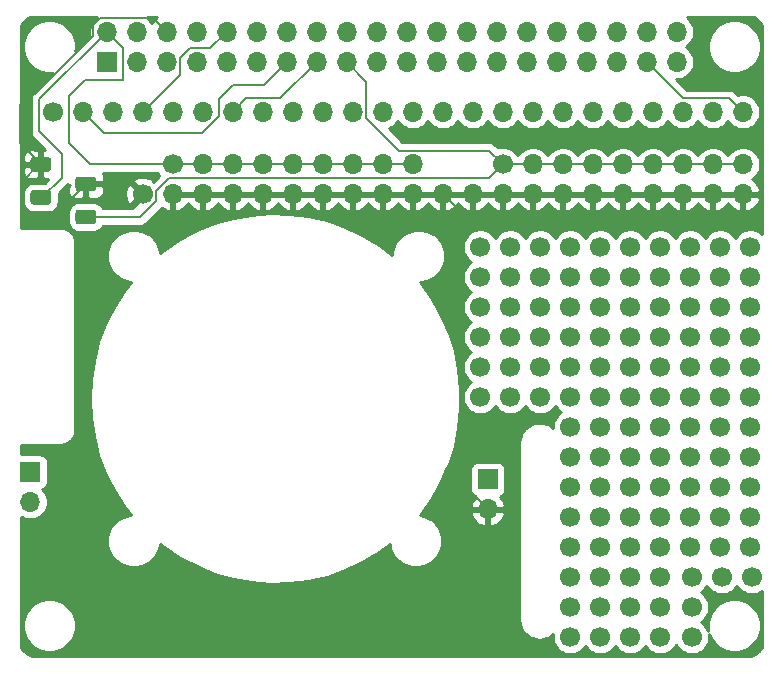
<source format=gbl>
G04 #@! TF.GenerationSoftware,KiCad,Pcbnew,(5.1.6-0-10_14)*
G04 #@! TF.CreationDate,2023-11-11T16:14:15-08:00*
G04 #@! TF.ProjectId,RaspberryPiProtoHat,52617370-6265-4727-9279-506950726f74,rev?*
G04 #@! TF.SameCoordinates,Original*
G04 #@! TF.FileFunction,Copper,L2,Bot*
G04 #@! TF.FilePolarity,Positive*
%FSLAX46Y46*%
G04 Gerber Fmt 4.6, Leading zero omitted, Abs format (unit mm)*
G04 Created by KiCad (PCBNEW (5.1.6-0-10_14)) date 2023-11-11 16:14:15*
%MOMM*%
%LPD*%
G01*
G04 APERTURE LIST*
G04 #@! TA.AperFunction,ComponentPad*
%ADD10C,1.700000*%
G04 #@! TD*
G04 #@! TA.AperFunction,ComponentPad*
%ADD11O,1.700000X1.700000*%
G04 #@! TD*
G04 #@! TA.AperFunction,ComponentPad*
%ADD12R,1.700000X1.700000*%
G04 #@! TD*
G04 #@! TA.AperFunction,Conductor*
%ADD13C,0.200000*%
G04 #@! TD*
G04 #@! TA.AperFunction,Conductor*
%ADD14C,0.254000*%
G04 #@! TD*
G04 APERTURE END LIST*
G04 #@! TA.AperFunction,SMDPad,CuDef*
G36*
G01*
X207229000Y-109731000D02*
X205979000Y-109731000D01*
G75*
G02*
X205729000Y-109481000I0J250000D01*
G01*
X205729000Y-108731000D01*
G75*
G02*
X205979000Y-108481000I250000J0D01*
G01*
X207229000Y-108481000D01*
G75*
G02*
X207479000Y-108731000I0J-250000D01*
G01*
X207479000Y-109481000D01*
G75*
G02*
X207229000Y-109731000I-250000J0D01*
G01*
G37*
G04 #@! TD.AperFunction*
G04 #@! TA.AperFunction,SMDPad,CuDef*
G36*
G01*
X207229000Y-112531000D02*
X205979000Y-112531000D01*
G75*
G02*
X205729000Y-112281000I0J250000D01*
G01*
X205729000Y-111531000D01*
G75*
G02*
X205979000Y-111281000I250000J0D01*
G01*
X207229000Y-111281000D01*
G75*
G02*
X207479000Y-111531000I0J-250000D01*
G01*
X207479000Y-112281000D01*
G75*
G02*
X207229000Y-112531000I-250000J0D01*
G01*
G37*
G04 #@! TD.AperFunction*
G04 #@! TA.AperFunction,SMDPad,CuDef*
G36*
G01*
X203419000Y-108077000D02*
X202169000Y-108077000D01*
G75*
G02*
X201919000Y-107827000I0J250000D01*
G01*
X201919000Y-107077000D01*
G75*
G02*
X202169000Y-106827000I250000J0D01*
G01*
X203419000Y-106827000D01*
G75*
G02*
X203669000Y-107077000I0J-250000D01*
G01*
X203669000Y-107827000D01*
G75*
G02*
X203419000Y-108077000I-250000J0D01*
G01*
G37*
G04 #@! TD.AperFunction*
G04 #@! TA.AperFunction,SMDPad,CuDef*
G36*
G01*
X203419000Y-110877000D02*
X202169000Y-110877000D01*
G75*
G02*
X201919000Y-110627000I0J250000D01*
G01*
X201919000Y-109877000D01*
G75*
G02*
X202169000Y-109627000I250000J0D01*
G01*
X203419000Y-109627000D01*
G75*
G02*
X203669000Y-109877000I0J-250000D01*
G01*
X203669000Y-110627000D01*
G75*
G02*
X203419000Y-110877000I-250000J0D01*
G01*
G37*
G04 #@! TD.AperFunction*
D10*
X257912000Y-147460000D03*
X257912000Y-144920000D03*
X262992000Y-142380000D03*
X260452000Y-142380000D03*
X257912000Y-142380000D03*
D11*
X262230000Y-107455000D03*
X259690000Y-107455000D03*
X257150000Y-107455000D03*
X254610000Y-107455000D03*
X252070000Y-107455000D03*
X249530000Y-107455000D03*
X246990000Y-107455000D03*
X244450000Y-107455000D03*
D10*
X241910000Y-107455000D03*
D11*
X234290000Y-107455000D03*
X231750000Y-107455000D03*
X229210000Y-107455000D03*
X226670000Y-107455000D03*
X224130000Y-107455000D03*
X221590000Y-107455000D03*
X219050000Y-107455000D03*
X216510000Y-107455000D03*
D10*
X213970000Y-107455000D03*
D11*
X262230000Y-109995000D03*
X259690000Y-109995000D03*
X257150000Y-109995000D03*
X254610000Y-109995000D03*
X252070000Y-109995000D03*
X249530000Y-109995000D03*
X246990000Y-109995000D03*
X244450000Y-109995000D03*
X241910000Y-109995000D03*
X239370000Y-109995000D03*
X236830000Y-109995000D03*
X234290000Y-109995000D03*
X231750000Y-109995000D03*
X229210000Y-109995000D03*
X226670000Y-109995000D03*
X224130000Y-109995000D03*
X221590000Y-109995000D03*
X219050000Y-109995000D03*
X216510000Y-109995000D03*
X213970000Y-109995000D03*
D10*
X211430000Y-109995000D03*
D11*
X262230000Y-103010000D03*
X259690000Y-103010000D03*
X257150000Y-103010000D03*
X254610000Y-103010000D03*
X252070000Y-103010000D03*
X249530000Y-103010000D03*
X246990000Y-103010000D03*
X244450000Y-103010000D03*
X241910000Y-103010000D03*
X239370000Y-103010000D03*
X236830000Y-103010000D03*
X234290000Y-103010000D03*
X231750000Y-103010000D03*
X229210000Y-103010000D03*
X226670000Y-103010000D03*
X224130000Y-103010000D03*
X221590000Y-103010000D03*
X219050000Y-103010000D03*
X216510000Y-103010000D03*
X213970000Y-103010000D03*
X211430000Y-103010000D03*
X208890000Y-103010000D03*
X206350000Y-103010000D03*
D10*
X203810000Y-103010000D03*
X255245000Y-147460000D03*
X252705000Y-147460000D03*
X250165000Y-147460000D03*
X247625000Y-147460000D03*
X255245000Y-144920000D03*
X252705000Y-144920000D03*
X250165000Y-144920000D03*
X247625000Y-144920000D03*
X255245000Y-142380000D03*
X252705000Y-142380000D03*
X250165000Y-142380000D03*
X247625000Y-142380000D03*
X262865000Y-139840000D03*
X260325000Y-139840000D03*
X257785000Y-139840000D03*
X255245000Y-139840000D03*
X252705000Y-139840000D03*
X250165000Y-139840000D03*
X247625000Y-139840000D03*
X262865000Y-137300000D03*
X260325000Y-137300000D03*
X257785000Y-137300000D03*
X255245000Y-137300000D03*
X252705000Y-137300000D03*
X250165000Y-137300000D03*
X247625000Y-137300000D03*
X262865000Y-134760000D03*
X260325000Y-134760000D03*
X257785000Y-134760000D03*
X255245000Y-134760000D03*
X252705000Y-134760000D03*
X250165000Y-134760000D03*
X247625000Y-134760000D03*
X262865000Y-132220000D03*
X260325000Y-132220000D03*
X257785000Y-132220000D03*
X255245000Y-132220000D03*
X252705000Y-132220000D03*
X250165000Y-132220000D03*
X247625000Y-132220000D03*
X262865000Y-129680000D03*
X260325000Y-129680000D03*
X257785000Y-129680000D03*
X255245000Y-129680000D03*
X252705000Y-129680000D03*
X250165000Y-129680000D03*
X247625000Y-129680000D03*
X262865000Y-127140000D03*
X260325000Y-127140000D03*
X257785000Y-127140000D03*
X255245000Y-127140000D03*
X252705000Y-127140000D03*
X250165000Y-127140000D03*
X247625000Y-127140000D03*
X245085000Y-127140000D03*
X242545000Y-127140000D03*
X240005000Y-127140000D03*
X262865000Y-124600000D03*
X260325000Y-124600000D03*
X257785000Y-124600000D03*
X255245000Y-124600000D03*
X252705000Y-124600000D03*
X250165000Y-124600000D03*
X247625000Y-124600000D03*
X245085000Y-124600000D03*
X242545000Y-124600000D03*
X240005000Y-124600000D03*
X262865000Y-122060000D03*
X260325000Y-122060000D03*
X257785000Y-122060000D03*
X255245000Y-122060000D03*
X252705000Y-122060000D03*
X250165000Y-122060000D03*
X247625000Y-122060000D03*
X245085000Y-122060000D03*
X242545000Y-122060000D03*
X240005000Y-122060000D03*
X262865000Y-119520000D03*
X260325000Y-119520000D03*
X257785000Y-119520000D03*
X255245000Y-119520000D03*
X252705000Y-119520000D03*
X250165000Y-119520000D03*
X247625000Y-119520000D03*
X245085000Y-119520000D03*
X242545000Y-119520000D03*
X240005000Y-119520000D03*
X262865000Y-116980000D03*
X260325000Y-116980000D03*
X257785000Y-116980000D03*
X255245000Y-116980000D03*
X252705000Y-116980000D03*
X250165000Y-116980000D03*
X247625000Y-116980000D03*
X245085000Y-116980000D03*
X242545000Y-116980000D03*
X240005000Y-116980000D03*
X262865000Y-114440000D03*
X260325000Y-114440000D03*
X257785000Y-114440000D03*
X255245000Y-114440000D03*
X252705000Y-114440000D03*
X250165000Y-114440000D03*
X247625000Y-114440000D03*
X245085000Y-114440000D03*
X242545000Y-114440000D03*
X240005000Y-114440000D03*
D11*
X240640000Y-136665000D03*
D12*
X240640000Y-134125000D03*
D11*
X201905000Y-136030000D03*
D12*
X201905000Y-133490000D03*
D11*
X256630000Y-96230000D03*
X256630000Y-98770000D03*
X254090000Y-96230000D03*
X254090000Y-98770000D03*
X251550000Y-96230000D03*
X251550000Y-98770000D03*
X249010000Y-96230000D03*
X249010000Y-98770000D03*
X246470000Y-96230000D03*
X246470000Y-98770000D03*
X243930000Y-96230000D03*
X243930000Y-98770000D03*
X241390000Y-96230000D03*
X241390000Y-98770000D03*
X238850000Y-96230000D03*
X238850000Y-98770000D03*
X236310000Y-96230000D03*
X236310000Y-98770000D03*
X233770000Y-96230000D03*
X233770000Y-98770000D03*
X231230000Y-96230000D03*
X231230000Y-98770000D03*
X228690000Y-96230000D03*
X228690000Y-98770000D03*
X226150000Y-96230000D03*
X226150000Y-98770000D03*
X223610000Y-96230000D03*
X223610000Y-98770000D03*
X221070000Y-96230000D03*
X221070000Y-98770000D03*
X218530000Y-96230000D03*
X218530000Y-98770000D03*
X215990000Y-96230000D03*
X215990000Y-98770000D03*
X213450000Y-96230000D03*
X213450000Y-98770000D03*
X210910000Y-96230000D03*
X210910000Y-98770000D03*
X208370000Y-96230000D03*
D12*
X208370000Y-98770000D03*
D13*
X259690000Y-107455000D02*
X262230000Y-107455000D01*
X259690000Y-107455000D02*
X257150000Y-107455000D01*
X257150000Y-107455000D02*
X254610000Y-107455000D01*
X254610000Y-107455000D02*
X252070000Y-107455000D01*
X252070000Y-107455000D02*
X249530000Y-107455000D01*
X249530000Y-107455000D02*
X246990000Y-107455000D01*
X246990000Y-107455000D02*
X243815000Y-107455000D01*
X244450000Y-107455000D02*
X241910000Y-107455000D01*
X230360001Y-100440001D02*
X228690000Y-98770000D01*
X230360001Y-103562001D02*
X230360001Y-100440001D01*
X233102999Y-106304999D02*
X230360001Y-103562001D01*
X240759999Y-106304999D02*
X233102999Y-106304999D01*
X241910000Y-107455000D02*
X240759999Y-106304999D01*
X213657997Y-108605001D02*
X240759999Y-108605001D01*
X240759999Y-108605001D02*
X241910000Y-107455000D01*
X206604000Y-111906000D02*
X211221002Y-111906000D01*
X212580001Y-109682997D02*
X213657997Y-108605001D01*
X212580001Y-110547001D02*
X212580001Y-109682997D01*
X211221002Y-111906000D02*
X212580001Y-110547001D01*
X234290000Y-107455000D02*
X231750000Y-107455000D01*
X231750000Y-107455000D02*
X229210000Y-107455000D01*
X229210000Y-107455000D02*
X226670000Y-107455000D01*
X226670000Y-107455000D02*
X224130000Y-107455000D01*
X224130000Y-107455000D02*
X221590000Y-107455000D01*
X221590000Y-107455000D02*
X219050000Y-107455000D01*
X219050000Y-107455000D02*
X216510000Y-107455000D01*
X216510000Y-107455000D02*
X213970000Y-107455000D01*
X202659999Y-101940001D02*
X208370000Y-96230000D01*
X209759999Y-97619999D02*
X209759999Y-100323999D01*
X208370000Y-96230000D02*
X209759999Y-97619999D01*
X209759999Y-100323999D02*
X206496001Y-100323999D01*
X205199999Y-101620001D02*
X205199999Y-105669999D01*
X206496001Y-100323999D02*
X205199999Y-101620001D01*
X206985000Y-107455000D02*
X213970000Y-107455000D01*
X205199999Y-105669999D02*
X206985000Y-107455000D01*
X202794000Y-110252000D02*
X202918000Y-110252000D01*
X202918000Y-110252000D02*
X204572000Y-108598000D01*
X204572000Y-108598000D02*
X204572000Y-106566000D01*
X202659999Y-104653999D02*
X202659999Y-101940001D01*
X204572000Y-106566000D02*
X202659999Y-104653999D01*
X211277500Y-109842500D02*
X211430000Y-109995000D01*
X219050000Y-109995000D02*
X221590000Y-109995000D01*
X221590000Y-109995000D02*
X224130000Y-109995000D01*
X224130000Y-109995000D02*
X226670000Y-109995000D01*
X226670000Y-109995000D02*
X229210000Y-109995000D01*
X229210000Y-109995000D02*
X231750000Y-109995000D01*
X231750000Y-109995000D02*
X234290000Y-109995000D01*
X239370000Y-109995000D02*
X241910000Y-109995000D01*
X241910000Y-109995000D02*
X244450000Y-109995000D01*
X244450000Y-109995000D02*
X246990000Y-109995000D01*
X246990000Y-109995000D02*
X249530000Y-109995000D01*
X249530000Y-109995000D02*
X252070000Y-109995000D01*
X252070000Y-109995000D02*
X254610000Y-109995000D01*
X254610000Y-109995000D02*
X257150000Y-109995000D01*
X257150000Y-109995000D02*
X259690000Y-109995000D01*
X259690000Y-109995000D02*
X262230000Y-109995000D01*
X216510000Y-109995000D02*
X219050000Y-109995000D01*
X213970000Y-109995000D02*
X216510000Y-109995000D01*
X237592000Y-110757000D02*
X236830000Y-109995000D01*
X236830000Y-109995000D02*
X239370000Y-109995000D01*
X234290000Y-109995000D02*
X236830000Y-109995000D01*
X240640000Y-136665000D02*
X238608000Y-134633000D01*
X238608000Y-111773000D02*
X236830000Y-109995000D01*
X238608000Y-134633000D02*
X238608000Y-111773000D01*
X210541000Y-109106000D02*
X211430000Y-109995000D01*
X206604000Y-109106000D02*
X210541000Y-109106000D01*
X202794000Y-107452000D02*
X202670000Y-107452000D01*
X201270000Y-108852000D02*
X201270000Y-111646000D01*
X203556000Y-112154000D02*
X206604000Y-109106000D01*
X201778000Y-112154000D02*
X203556000Y-112154000D01*
X201270000Y-111646000D02*
X201778000Y-112154000D01*
X202670000Y-107452000D02*
X201270000Y-108852000D01*
X201016000Y-105674000D02*
X202794000Y-107452000D01*
X201016000Y-102426002D02*
X201016000Y-105674000D01*
X201956002Y-101486000D02*
X201016000Y-102426002D01*
X202326002Y-101486000D02*
X201956002Y-101486000D01*
X207219999Y-96592003D02*
X202326002Y-101486000D01*
X207219999Y-95677999D02*
X207219999Y-96592003D01*
X207817999Y-95079999D02*
X207219999Y-95677999D01*
X212299999Y-95079999D02*
X207817999Y-95079999D01*
X213450000Y-96230000D02*
X212299999Y-95079999D01*
X257179999Y-101859999D02*
X254090000Y-98770000D01*
X261079999Y-101859999D02*
X257179999Y-101859999D01*
X262230000Y-103010000D02*
X261079999Y-101859999D01*
X217140001Y-97619999D02*
X218530000Y-96230000D01*
X215437999Y-97619999D02*
X217140001Y-97619999D01*
X214600001Y-98457997D02*
X215437999Y-97619999D01*
X214600001Y-99839999D02*
X214600001Y-98457997D01*
X211430000Y-103010000D02*
X214600001Y-99839999D01*
X206350000Y-103010000D02*
X208128000Y-104788000D01*
X217899999Y-103322003D02*
X217899999Y-101874001D01*
X216434002Y-104788000D02*
X217899999Y-103322003D01*
X208128000Y-104788000D02*
X216434002Y-104788000D01*
X217899999Y-101874001D02*
X219050000Y-100724000D01*
X221656000Y-100724000D02*
X223610000Y-98770000D01*
X219050000Y-100724000D02*
X221656000Y-100724000D01*
X220200001Y-101859999D02*
X223060001Y-101859999D01*
X223060001Y-101859999D02*
X226150000Y-98770000D01*
X219050000Y-103010000D02*
X220200001Y-101859999D01*
X208370000Y-98770000D02*
X207739999Y-99400001D01*
D14*
G36*
X207423368Y-95076525D02*
G01*
X207216525Y-95283368D01*
X207054010Y-95526589D01*
X206942068Y-95796842D01*
X206885000Y-96083740D01*
X206885000Y-96376260D01*
X206934656Y-96625897D01*
X205708822Y-97851731D01*
X205735000Y-97720128D01*
X205735000Y-97279872D01*
X205649110Y-96848075D01*
X205480631Y-96441331D01*
X205236038Y-96075271D01*
X204924729Y-95763962D01*
X204558669Y-95519369D01*
X204151925Y-95350890D01*
X203720128Y-95265000D01*
X203279872Y-95265000D01*
X202848075Y-95350890D01*
X202441331Y-95519369D01*
X202075271Y-95763962D01*
X201763962Y-96075271D01*
X201519369Y-96441331D01*
X201350890Y-96848075D01*
X201265000Y-97279872D01*
X201265000Y-97720128D01*
X201350890Y-98151925D01*
X201519369Y-98558669D01*
X201763962Y-98924729D01*
X202075271Y-99236038D01*
X202441331Y-99480631D01*
X202848075Y-99649110D01*
X203279872Y-99735000D01*
X203720128Y-99735000D01*
X203851731Y-99708822D01*
X202165807Y-101394747D01*
X202137762Y-101417763D01*
X202045913Y-101529681D01*
X202020425Y-101577366D01*
X201977663Y-101657368D01*
X201935634Y-101795916D01*
X201921443Y-101940001D01*
X201925000Y-101976116D01*
X201924999Y-104617894D01*
X201921443Y-104653999D01*
X201924999Y-104690103D01*
X201935634Y-104798083D01*
X201977662Y-104936631D01*
X202045912Y-105064318D01*
X202137761Y-105176236D01*
X202165807Y-105199253D01*
X203158145Y-106191591D01*
X203079750Y-106192000D01*
X202921000Y-106350750D01*
X202921000Y-107325000D01*
X202941000Y-107325000D01*
X202941000Y-107579000D01*
X202921000Y-107579000D01*
X202921000Y-108553250D01*
X203079750Y-108712000D01*
X203416796Y-108713757D01*
X203141626Y-108988928D01*
X202169000Y-108988928D01*
X201995746Y-109005992D01*
X201829150Y-109056528D01*
X201675614Y-109138595D01*
X201541038Y-109249038D01*
X201430595Y-109383614D01*
X201348528Y-109537150D01*
X201297992Y-109703746D01*
X201280928Y-109877000D01*
X201280928Y-110627000D01*
X201297992Y-110800254D01*
X201348528Y-110966850D01*
X201430595Y-111120386D01*
X201541038Y-111254962D01*
X201675614Y-111365405D01*
X201829150Y-111447472D01*
X201995746Y-111498008D01*
X202169000Y-111515072D01*
X203419000Y-111515072D01*
X203592254Y-111498008D01*
X203758850Y-111447472D01*
X203912386Y-111365405D01*
X204046962Y-111254962D01*
X204157405Y-111120386D01*
X204239472Y-110966850D01*
X204290008Y-110800254D01*
X204307072Y-110627000D01*
X204307072Y-109902375D01*
X205066197Y-109143250D01*
X205094000Y-109120433D01*
X205094000Y-109233002D01*
X205252748Y-109233002D01*
X205094000Y-109391750D01*
X205090928Y-109731000D01*
X205103188Y-109855482D01*
X205139498Y-109975180D01*
X205198463Y-110085494D01*
X205277815Y-110182185D01*
X205374506Y-110261537D01*
X205484820Y-110320502D01*
X205604518Y-110356812D01*
X205729000Y-110369072D01*
X206318250Y-110366000D01*
X206477000Y-110207250D01*
X206477000Y-109233000D01*
X206731000Y-109233000D01*
X206731000Y-110207250D01*
X206889750Y-110366000D01*
X207479000Y-110369072D01*
X207603482Y-110356812D01*
X207723180Y-110320502D01*
X207833494Y-110261537D01*
X207930185Y-110182185D01*
X208009537Y-110085494D01*
X208021276Y-110063531D01*
X209939389Y-110063531D01*
X209981401Y-110353019D01*
X210079081Y-110628747D01*
X210152528Y-110766157D01*
X210401603Y-110843792D01*
X211250395Y-109995000D01*
X210401603Y-109146208D01*
X210152528Y-109223843D01*
X210026629Y-109487883D01*
X209954661Y-109771411D01*
X209939389Y-110063531D01*
X208021276Y-110063531D01*
X208068502Y-109975180D01*
X208104812Y-109855482D01*
X208117072Y-109731000D01*
X208114000Y-109391750D01*
X207955250Y-109233000D01*
X206731000Y-109233000D01*
X206477000Y-109233000D01*
X206457000Y-109233000D01*
X206457000Y-108979000D01*
X206477000Y-108979000D01*
X206477000Y-108959000D01*
X206731000Y-108959000D01*
X206731000Y-108979000D01*
X207955250Y-108979000D01*
X208114000Y-108820250D01*
X208117072Y-108481000D01*
X208104812Y-108356518D01*
X208068502Y-108236820D01*
X208043476Y-108190000D01*
X212675117Y-108190000D01*
X212816525Y-108401632D01*
X212819222Y-108404329D01*
X212273601Y-108949950D01*
X212201157Y-108717528D01*
X211937117Y-108591629D01*
X211653589Y-108519661D01*
X211361469Y-108504389D01*
X211071981Y-108546401D01*
X210796253Y-108644081D01*
X210658843Y-108717528D01*
X210581208Y-108966603D01*
X211430000Y-109815395D01*
X211444143Y-109801253D01*
X211623748Y-109980858D01*
X211609605Y-109995000D01*
X211623748Y-110009143D01*
X211444143Y-110188748D01*
X211430000Y-110174605D01*
X210581208Y-111023397D01*
X210627215Y-111171000D01*
X208038702Y-111171000D01*
X207967405Y-111037614D01*
X207856962Y-110903038D01*
X207722386Y-110792595D01*
X207568850Y-110710528D01*
X207402254Y-110659992D01*
X207229000Y-110642928D01*
X205979000Y-110642928D01*
X205805746Y-110659992D01*
X205639150Y-110710528D01*
X205485614Y-110792595D01*
X205351038Y-110903038D01*
X205240595Y-111037614D01*
X205158528Y-111191150D01*
X205107992Y-111357746D01*
X205090928Y-111531000D01*
X205090928Y-112281000D01*
X205107992Y-112454254D01*
X205158528Y-112620850D01*
X205240595Y-112774386D01*
X205351038Y-112908962D01*
X205485614Y-113019405D01*
X205639150Y-113101472D01*
X205805746Y-113152008D01*
X205979000Y-113169072D01*
X207229000Y-113169072D01*
X207402254Y-113152008D01*
X207568850Y-113101472D01*
X207722386Y-113019405D01*
X207856962Y-112908962D01*
X207967405Y-112774386D01*
X208038702Y-112641000D01*
X211184897Y-112641000D01*
X211221002Y-112644556D01*
X211257107Y-112641000D01*
X211365087Y-112630365D01*
X211503635Y-112588337D01*
X211631322Y-112520087D01*
X211743240Y-112428238D01*
X211766260Y-112400188D01*
X213029374Y-111137075D01*
X213203080Y-111266641D01*
X213465901Y-111391825D01*
X213613110Y-111436476D01*
X213843000Y-111315155D01*
X213843000Y-110122000D01*
X214097000Y-110122000D01*
X214097000Y-111315155D01*
X214326890Y-111436476D01*
X214474099Y-111391825D01*
X214736920Y-111266641D01*
X214970269Y-111092588D01*
X215165178Y-110876355D01*
X215240000Y-110750745D01*
X215314822Y-110876355D01*
X215509731Y-111092588D01*
X215743080Y-111266641D01*
X216005901Y-111391825D01*
X216153110Y-111436476D01*
X216383000Y-111315155D01*
X216383000Y-110122000D01*
X216637000Y-110122000D01*
X216637000Y-111315155D01*
X216866890Y-111436476D01*
X217014099Y-111391825D01*
X217276920Y-111266641D01*
X217510269Y-111092588D01*
X217705178Y-110876355D01*
X217780000Y-110750745D01*
X217854822Y-110876355D01*
X218049731Y-111092588D01*
X218283080Y-111266641D01*
X218545901Y-111391825D01*
X218693110Y-111436476D01*
X218923000Y-111315155D01*
X218923000Y-110122000D01*
X219177000Y-110122000D01*
X219177000Y-111315155D01*
X219406890Y-111436476D01*
X219554099Y-111391825D01*
X219816920Y-111266641D01*
X220050269Y-111092588D01*
X220245178Y-110876355D01*
X220320000Y-110750745D01*
X220394822Y-110876355D01*
X220589731Y-111092588D01*
X220823080Y-111266641D01*
X221085901Y-111391825D01*
X221233110Y-111436476D01*
X221463000Y-111315155D01*
X221463000Y-110122000D01*
X221717000Y-110122000D01*
X221717000Y-111315155D01*
X221946890Y-111436476D01*
X222094099Y-111391825D01*
X222356920Y-111266641D01*
X222590269Y-111092588D01*
X222785178Y-110876355D01*
X222860000Y-110750745D01*
X222934822Y-110876355D01*
X223129731Y-111092588D01*
X223363080Y-111266641D01*
X223625901Y-111391825D01*
X223773110Y-111436476D01*
X224003000Y-111315155D01*
X224003000Y-110122000D01*
X224257000Y-110122000D01*
X224257000Y-111315155D01*
X224486890Y-111436476D01*
X224634099Y-111391825D01*
X224896920Y-111266641D01*
X225130269Y-111092588D01*
X225325178Y-110876355D01*
X225400000Y-110750745D01*
X225474822Y-110876355D01*
X225669731Y-111092588D01*
X225903080Y-111266641D01*
X226165901Y-111391825D01*
X226313110Y-111436476D01*
X226543000Y-111315155D01*
X226543000Y-110122000D01*
X226797000Y-110122000D01*
X226797000Y-111315155D01*
X227026890Y-111436476D01*
X227174099Y-111391825D01*
X227436920Y-111266641D01*
X227670269Y-111092588D01*
X227865178Y-110876355D01*
X227940000Y-110750745D01*
X228014822Y-110876355D01*
X228209731Y-111092588D01*
X228443080Y-111266641D01*
X228705901Y-111391825D01*
X228853110Y-111436476D01*
X229083000Y-111315155D01*
X229083000Y-110122000D01*
X229337000Y-110122000D01*
X229337000Y-111315155D01*
X229566890Y-111436476D01*
X229714099Y-111391825D01*
X229976920Y-111266641D01*
X230210269Y-111092588D01*
X230405178Y-110876355D01*
X230480000Y-110750745D01*
X230554822Y-110876355D01*
X230749731Y-111092588D01*
X230983080Y-111266641D01*
X231245901Y-111391825D01*
X231393110Y-111436476D01*
X231623000Y-111315155D01*
X231623000Y-110122000D01*
X231877000Y-110122000D01*
X231877000Y-111315155D01*
X232106890Y-111436476D01*
X232254099Y-111391825D01*
X232516920Y-111266641D01*
X232750269Y-111092588D01*
X232945178Y-110876355D01*
X233020000Y-110750745D01*
X233094822Y-110876355D01*
X233289731Y-111092588D01*
X233523080Y-111266641D01*
X233785901Y-111391825D01*
X233933110Y-111436476D01*
X234163000Y-111315155D01*
X234163000Y-110122000D01*
X234417000Y-110122000D01*
X234417000Y-111315155D01*
X234646890Y-111436476D01*
X234794099Y-111391825D01*
X235056920Y-111266641D01*
X235290269Y-111092588D01*
X235485178Y-110876355D01*
X235560000Y-110750745D01*
X235634822Y-110876355D01*
X235829731Y-111092588D01*
X236063080Y-111266641D01*
X236325901Y-111391825D01*
X236473110Y-111436476D01*
X236703000Y-111315155D01*
X236703000Y-110122000D01*
X236957000Y-110122000D01*
X236957000Y-111315155D01*
X237186890Y-111436476D01*
X237334099Y-111391825D01*
X237596920Y-111266641D01*
X237830269Y-111092588D01*
X238025178Y-110876355D01*
X238100000Y-110750745D01*
X238174822Y-110876355D01*
X238369731Y-111092588D01*
X238603080Y-111266641D01*
X238865901Y-111391825D01*
X239013110Y-111436476D01*
X239243000Y-111315155D01*
X239243000Y-110122000D01*
X239497000Y-110122000D01*
X239497000Y-111315155D01*
X239726890Y-111436476D01*
X239874099Y-111391825D01*
X240136920Y-111266641D01*
X240370269Y-111092588D01*
X240565178Y-110876355D01*
X240640000Y-110750745D01*
X240714822Y-110876355D01*
X240909731Y-111092588D01*
X241143080Y-111266641D01*
X241405901Y-111391825D01*
X241553110Y-111436476D01*
X241783000Y-111315155D01*
X241783000Y-110122000D01*
X242037000Y-110122000D01*
X242037000Y-111315155D01*
X242266890Y-111436476D01*
X242414099Y-111391825D01*
X242676920Y-111266641D01*
X242910269Y-111092588D01*
X243105178Y-110876355D01*
X243180000Y-110750745D01*
X243254822Y-110876355D01*
X243449731Y-111092588D01*
X243683080Y-111266641D01*
X243945901Y-111391825D01*
X244093110Y-111436476D01*
X244323000Y-111315155D01*
X244323000Y-110122000D01*
X244577000Y-110122000D01*
X244577000Y-111315155D01*
X244806890Y-111436476D01*
X244954099Y-111391825D01*
X245216920Y-111266641D01*
X245450269Y-111092588D01*
X245645178Y-110876355D01*
X245720000Y-110750745D01*
X245794822Y-110876355D01*
X245989731Y-111092588D01*
X246223080Y-111266641D01*
X246485901Y-111391825D01*
X246633110Y-111436476D01*
X246863000Y-111315155D01*
X246863000Y-110122000D01*
X247117000Y-110122000D01*
X247117000Y-111315155D01*
X247346890Y-111436476D01*
X247494099Y-111391825D01*
X247756920Y-111266641D01*
X247990269Y-111092588D01*
X248185178Y-110876355D01*
X248260000Y-110750745D01*
X248334822Y-110876355D01*
X248529731Y-111092588D01*
X248763080Y-111266641D01*
X249025901Y-111391825D01*
X249173110Y-111436476D01*
X249403000Y-111315155D01*
X249403000Y-110122000D01*
X249657000Y-110122000D01*
X249657000Y-111315155D01*
X249886890Y-111436476D01*
X250034099Y-111391825D01*
X250296920Y-111266641D01*
X250530269Y-111092588D01*
X250725178Y-110876355D01*
X250800000Y-110750745D01*
X250874822Y-110876355D01*
X251069731Y-111092588D01*
X251303080Y-111266641D01*
X251565901Y-111391825D01*
X251713110Y-111436476D01*
X251943000Y-111315155D01*
X251943000Y-110122000D01*
X252197000Y-110122000D01*
X252197000Y-111315155D01*
X252426890Y-111436476D01*
X252574099Y-111391825D01*
X252836920Y-111266641D01*
X253070269Y-111092588D01*
X253265178Y-110876355D01*
X253340000Y-110750745D01*
X253414822Y-110876355D01*
X253609731Y-111092588D01*
X253843080Y-111266641D01*
X254105901Y-111391825D01*
X254253110Y-111436476D01*
X254483000Y-111315155D01*
X254483000Y-110122000D01*
X254737000Y-110122000D01*
X254737000Y-111315155D01*
X254966890Y-111436476D01*
X255114099Y-111391825D01*
X255376920Y-111266641D01*
X255610269Y-111092588D01*
X255805178Y-110876355D01*
X255880000Y-110750745D01*
X255954822Y-110876355D01*
X256149731Y-111092588D01*
X256383080Y-111266641D01*
X256645901Y-111391825D01*
X256793110Y-111436476D01*
X257023000Y-111315155D01*
X257023000Y-110122000D01*
X257277000Y-110122000D01*
X257277000Y-111315155D01*
X257506890Y-111436476D01*
X257654099Y-111391825D01*
X257916920Y-111266641D01*
X258150269Y-111092588D01*
X258345178Y-110876355D01*
X258420000Y-110750745D01*
X258494822Y-110876355D01*
X258689731Y-111092588D01*
X258923080Y-111266641D01*
X259185901Y-111391825D01*
X259333110Y-111436476D01*
X259563000Y-111315155D01*
X259563000Y-110122000D01*
X259817000Y-110122000D01*
X259817000Y-111315155D01*
X260046890Y-111436476D01*
X260194099Y-111391825D01*
X260456920Y-111266641D01*
X260690269Y-111092588D01*
X260885178Y-110876355D01*
X260960000Y-110750745D01*
X261034822Y-110876355D01*
X261229731Y-111092588D01*
X261463080Y-111266641D01*
X261725901Y-111391825D01*
X261873110Y-111436476D01*
X262103000Y-111315155D01*
X262103000Y-110122000D01*
X262357000Y-110122000D01*
X262357000Y-111315155D01*
X262586890Y-111436476D01*
X262734099Y-111391825D01*
X262996920Y-111266641D01*
X263230269Y-111092588D01*
X263425178Y-110876355D01*
X263574157Y-110626252D01*
X263671481Y-110351891D01*
X263550814Y-110122000D01*
X262357000Y-110122000D01*
X262103000Y-110122000D01*
X259817000Y-110122000D01*
X259563000Y-110122000D01*
X257277000Y-110122000D01*
X257023000Y-110122000D01*
X254737000Y-110122000D01*
X254483000Y-110122000D01*
X252197000Y-110122000D01*
X251943000Y-110122000D01*
X249657000Y-110122000D01*
X249403000Y-110122000D01*
X247117000Y-110122000D01*
X246863000Y-110122000D01*
X244577000Y-110122000D01*
X244323000Y-110122000D01*
X242037000Y-110122000D01*
X241783000Y-110122000D01*
X239497000Y-110122000D01*
X239243000Y-110122000D01*
X236957000Y-110122000D01*
X236703000Y-110122000D01*
X234417000Y-110122000D01*
X234163000Y-110122000D01*
X231877000Y-110122000D01*
X231623000Y-110122000D01*
X229337000Y-110122000D01*
X229083000Y-110122000D01*
X226797000Y-110122000D01*
X226543000Y-110122000D01*
X224257000Y-110122000D01*
X224003000Y-110122000D01*
X221717000Y-110122000D01*
X221463000Y-110122000D01*
X219177000Y-110122000D01*
X218923000Y-110122000D01*
X216637000Y-110122000D01*
X216383000Y-110122000D01*
X214097000Y-110122000D01*
X213843000Y-110122000D01*
X213823000Y-110122000D01*
X213823000Y-109868000D01*
X213843000Y-109868000D01*
X213843000Y-109848000D01*
X214097000Y-109848000D01*
X214097000Y-109868000D01*
X216383000Y-109868000D01*
X216383000Y-109848000D01*
X216637000Y-109848000D01*
X216637000Y-109868000D01*
X218923000Y-109868000D01*
X218923000Y-109848000D01*
X219177000Y-109848000D01*
X219177000Y-109868000D01*
X221463000Y-109868000D01*
X221463000Y-109848000D01*
X221717000Y-109848000D01*
X221717000Y-109868000D01*
X224003000Y-109868000D01*
X224003000Y-109848000D01*
X224257000Y-109848000D01*
X224257000Y-109868000D01*
X226543000Y-109868000D01*
X226543000Y-109848000D01*
X226797000Y-109848000D01*
X226797000Y-109868000D01*
X229083000Y-109868000D01*
X229083000Y-109848000D01*
X229337000Y-109848000D01*
X229337000Y-109868000D01*
X231623000Y-109868000D01*
X231623000Y-109848000D01*
X231877000Y-109848000D01*
X231877000Y-109868000D01*
X234163000Y-109868000D01*
X234163000Y-109848000D01*
X234417000Y-109848000D01*
X234417000Y-109868000D01*
X236703000Y-109868000D01*
X236703000Y-109848000D01*
X236957000Y-109848000D01*
X236957000Y-109868000D01*
X239243000Y-109868000D01*
X239243000Y-109848000D01*
X239497000Y-109848000D01*
X239497000Y-109868000D01*
X241783000Y-109868000D01*
X241783000Y-109848000D01*
X242037000Y-109848000D01*
X242037000Y-109868000D01*
X244323000Y-109868000D01*
X244323000Y-109848000D01*
X244577000Y-109848000D01*
X244577000Y-109868000D01*
X246863000Y-109868000D01*
X246863000Y-109848000D01*
X247117000Y-109848000D01*
X247117000Y-109868000D01*
X249403000Y-109868000D01*
X249403000Y-109848000D01*
X249657000Y-109848000D01*
X249657000Y-109868000D01*
X251943000Y-109868000D01*
X251943000Y-109848000D01*
X252197000Y-109848000D01*
X252197000Y-109868000D01*
X254483000Y-109868000D01*
X254483000Y-109848000D01*
X254737000Y-109848000D01*
X254737000Y-109868000D01*
X257023000Y-109868000D01*
X257023000Y-109848000D01*
X257277000Y-109848000D01*
X257277000Y-109868000D01*
X259563000Y-109868000D01*
X259563000Y-109848000D01*
X259817000Y-109848000D01*
X259817000Y-109868000D01*
X262103000Y-109868000D01*
X262103000Y-109848000D01*
X262357000Y-109848000D01*
X262357000Y-109868000D01*
X263550814Y-109868000D01*
X263671481Y-109638109D01*
X263574157Y-109363748D01*
X263425178Y-109113645D01*
X263230269Y-108897412D01*
X263000594Y-108726100D01*
X263176632Y-108608475D01*
X263383475Y-108401632D01*
X263545990Y-108158411D01*
X263657932Y-107888158D01*
X263715000Y-107601260D01*
X263715000Y-107308740D01*
X263657932Y-107021842D01*
X263545990Y-106751589D01*
X263383475Y-106508368D01*
X263176632Y-106301525D01*
X262933411Y-106139010D01*
X262663158Y-106027068D01*
X262376260Y-105970000D01*
X262083740Y-105970000D01*
X261796842Y-106027068D01*
X261526589Y-106139010D01*
X261283368Y-106301525D01*
X261076525Y-106508368D01*
X260960000Y-106682760D01*
X260843475Y-106508368D01*
X260636632Y-106301525D01*
X260393411Y-106139010D01*
X260123158Y-106027068D01*
X259836260Y-105970000D01*
X259543740Y-105970000D01*
X259256842Y-106027068D01*
X258986589Y-106139010D01*
X258743368Y-106301525D01*
X258536525Y-106508368D01*
X258420000Y-106682760D01*
X258303475Y-106508368D01*
X258096632Y-106301525D01*
X257853411Y-106139010D01*
X257583158Y-106027068D01*
X257296260Y-105970000D01*
X257003740Y-105970000D01*
X256716842Y-106027068D01*
X256446589Y-106139010D01*
X256203368Y-106301525D01*
X255996525Y-106508368D01*
X255880000Y-106682760D01*
X255763475Y-106508368D01*
X255556632Y-106301525D01*
X255313411Y-106139010D01*
X255043158Y-106027068D01*
X254756260Y-105970000D01*
X254463740Y-105970000D01*
X254176842Y-106027068D01*
X253906589Y-106139010D01*
X253663368Y-106301525D01*
X253456525Y-106508368D01*
X253340000Y-106682760D01*
X253223475Y-106508368D01*
X253016632Y-106301525D01*
X252773411Y-106139010D01*
X252503158Y-106027068D01*
X252216260Y-105970000D01*
X251923740Y-105970000D01*
X251636842Y-106027068D01*
X251366589Y-106139010D01*
X251123368Y-106301525D01*
X250916525Y-106508368D01*
X250800000Y-106682760D01*
X250683475Y-106508368D01*
X250476632Y-106301525D01*
X250233411Y-106139010D01*
X249963158Y-106027068D01*
X249676260Y-105970000D01*
X249383740Y-105970000D01*
X249096842Y-106027068D01*
X248826589Y-106139010D01*
X248583368Y-106301525D01*
X248376525Y-106508368D01*
X248260000Y-106682760D01*
X248143475Y-106508368D01*
X247936632Y-106301525D01*
X247693411Y-106139010D01*
X247423158Y-106027068D01*
X247136260Y-105970000D01*
X246843740Y-105970000D01*
X246556842Y-106027068D01*
X246286589Y-106139010D01*
X246043368Y-106301525D01*
X245836525Y-106508368D01*
X245720000Y-106682760D01*
X245603475Y-106508368D01*
X245396632Y-106301525D01*
X245153411Y-106139010D01*
X244883158Y-106027068D01*
X244596260Y-105970000D01*
X244303740Y-105970000D01*
X244016842Y-106027068D01*
X243746589Y-106139010D01*
X243503368Y-106301525D01*
X243296525Y-106508368D01*
X243180000Y-106682760D01*
X243063475Y-106508368D01*
X242856632Y-106301525D01*
X242613411Y-106139010D01*
X242343158Y-106027068D01*
X242056260Y-105970000D01*
X241763740Y-105970000D01*
X241514103Y-106019656D01*
X241305257Y-105810811D01*
X241282237Y-105782761D01*
X241170319Y-105690912D01*
X241042632Y-105622662D01*
X240904084Y-105580634D01*
X240796104Y-105569999D01*
X240759999Y-105566443D01*
X240723894Y-105569999D01*
X233407446Y-105569999D01*
X232248368Y-104410921D01*
X232453411Y-104325990D01*
X232696632Y-104163475D01*
X232903475Y-103956632D01*
X233020000Y-103782240D01*
X233136525Y-103956632D01*
X233343368Y-104163475D01*
X233586589Y-104325990D01*
X233856842Y-104437932D01*
X234143740Y-104495000D01*
X234436260Y-104495000D01*
X234723158Y-104437932D01*
X234993411Y-104325990D01*
X235236632Y-104163475D01*
X235443475Y-103956632D01*
X235560000Y-103782240D01*
X235676525Y-103956632D01*
X235883368Y-104163475D01*
X236126589Y-104325990D01*
X236396842Y-104437932D01*
X236683740Y-104495000D01*
X236976260Y-104495000D01*
X237263158Y-104437932D01*
X237533411Y-104325990D01*
X237776632Y-104163475D01*
X237983475Y-103956632D01*
X238100000Y-103782240D01*
X238216525Y-103956632D01*
X238423368Y-104163475D01*
X238666589Y-104325990D01*
X238936842Y-104437932D01*
X239223740Y-104495000D01*
X239516260Y-104495000D01*
X239803158Y-104437932D01*
X240073411Y-104325990D01*
X240316632Y-104163475D01*
X240523475Y-103956632D01*
X240640000Y-103782240D01*
X240756525Y-103956632D01*
X240963368Y-104163475D01*
X241206589Y-104325990D01*
X241476842Y-104437932D01*
X241763740Y-104495000D01*
X242056260Y-104495000D01*
X242343158Y-104437932D01*
X242613411Y-104325990D01*
X242856632Y-104163475D01*
X243063475Y-103956632D01*
X243180000Y-103782240D01*
X243296525Y-103956632D01*
X243503368Y-104163475D01*
X243746589Y-104325990D01*
X244016842Y-104437932D01*
X244303740Y-104495000D01*
X244596260Y-104495000D01*
X244883158Y-104437932D01*
X245153411Y-104325990D01*
X245396632Y-104163475D01*
X245603475Y-103956632D01*
X245720000Y-103782240D01*
X245836525Y-103956632D01*
X246043368Y-104163475D01*
X246286589Y-104325990D01*
X246556842Y-104437932D01*
X246843740Y-104495000D01*
X247136260Y-104495000D01*
X247423158Y-104437932D01*
X247693411Y-104325990D01*
X247936632Y-104163475D01*
X248143475Y-103956632D01*
X248260000Y-103782240D01*
X248376525Y-103956632D01*
X248583368Y-104163475D01*
X248826589Y-104325990D01*
X249096842Y-104437932D01*
X249383740Y-104495000D01*
X249676260Y-104495000D01*
X249963158Y-104437932D01*
X250233411Y-104325990D01*
X250476632Y-104163475D01*
X250683475Y-103956632D01*
X250800000Y-103782240D01*
X250916525Y-103956632D01*
X251123368Y-104163475D01*
X251366589Y-104325990D01*
X251636842Y-104437932D01*
X251923740Y-104495000D01*
X252216260Y-104495000D01*
X252503158Y-104437932D01*
X252773411Y-104325990D01*
X253016632Y-104163475D01*
X253223475Y-103956632D01*
X253340000Y-103782240D01*
X253456525Y-103956632D01*
X253663368Y-104163475D01*
X253906589Y-104325990D01*
X254176842Y-104437932D01*
X254463740Y-104495000D01*
X254756260Y-104495000D01*
X255043158Y-104437932D01*
X255313411Y-104325990D01*
X255556632Y-104163475D01*
X255763475Y-103956632D01*
X255880000Y-103782240D01*
X255996525Y-103956632D01*
X256203368Y-104163475D01*
X256446589Y-104325990D01*
X256716842Y-104437932D01*
X257003740Y-104495000D01*
X257296260Y-104495000D01*
X257583158Y-104437932D01*
X257853411Y-104325990D01*
X258096632Y-104163475D01*
X258303475Y-103956632D01*
X258420000Y-103782240D01*
X258536525Y-103956632D01*
X258743368Y-104163475D01*
X258986589Y-104325990D01*
X259256842Y-104437932D01*
X259543740Y-104495000D01*
X259836260Y-104495000D01*
X260123158Y-104437932D01*
X260393411Y-104325990D01*
X260636632Y-104163475D01*
X260843475Y-103956632D01*
X260960000Y-103782240D01*
X261076525Y-103956632D01*
X261283368Y-104163475D01*
X261526589Y-104325990D01*
X261796842Y-104437932D01*
X262083740Y-104495000D01*
X262376260Y-104495000D01*
X262663158Y-104437932D01*
X262933411Y-104325990D01*
X263176632Y-104163475D01*
X263383475Y-103956632D01*
X263545990Y-103713411D01*
X263657932Y-103443158D01*
X263715000Y-103156260D01*
X263715000Y-102863740D01*
X263657932Y-102576842D01*
X263545990Y-102306589D01*
X263383475Y-102063368D01*
X263176632Y-101856525D01*
X262933411Y-101694010D01*
X262663158Y-101582068D01*
X262376260Y-101525000D01*
X262083740Y-101525000D01*
X261834103Y-101574656D01*
X261625257Y-101365811D01*
X261602237Y-101337761D01*
X261490319Y-101245912D01*
X261362632Y-101177662D01*
X261224084Y-101135634D01*
X261116104Y-101124999D01*
X261079999Y-101121443D01*
X261043894Y-101124999D01*
X257484446Y-101124999D01*
X256614447Y-100255000D01*
X256776260Y-100255000D01*
X257063158Y-100197932D01*
X257333411Y-100085990D01*
X257576632Y-99923475D01*
X257783475Y-99716632D01*
X257945990Y-99473411D01*
X258057932Y-99203158D01*
X258115000Y-98916260D01*
X258115000Y-98623740D01*
X258057932Y-98336842D01*
X257945990Y-98066589D01*
X257783475Y-97823368D01*
X257576632Y-97616525D01*
X257402240Y-97500000D01*
X257576632Y-97383475D01*
X257680235Y-97279872D01*
X259265000Y-97279872D01*
X259265000Y-97720128D01*
X259350890Y-98151925D01*
X259519369Y-98558669D01*
X259763962Y-98924729D01*
X260075271Y-99236038D01*
X260441331Y-99480631D01*
X260848075Y-99649110D01*
X261279872Y-99735000D01*
X261720128Y-99735000D01*
X262151925Y-99649110D01*
X262558669Y-99480631D01*
X262924729Y-99236038D01*
X263236038Y-98924729D01*
X263480631Y-98558669D01*
X263649110Y-98151925D01*
X263735000Y-97720128D01*
X263735000Y-97279872D01*
X263649110Y-96848075D01*
X263480631Y-96441331D01*
X263236038Y-96075271D01*
X262924729Y-95763962D01*
X262558669Y-95519369D01*
X262151925Y-95350890D01*
X261720128Y-95265000D01*
X261279872Y-95265000D01*
X260848075Y-95350890D01*
X260441331Y-95519369D01*
X260075271Y-95763962D01*
X259763962Y-96075271D01*
X259519369Y-96441331D01*
X259350890Y-96848075D01*
X259265000Y-97279872D01*
X257680235Y-97279872D01*
X257783475Y-97176632D01*
X257945990Y-96933411D01*
X258057932Y-96663158D01*
X258115000Y-96376260D01*
X258115000Y-96083740D01*
X258057932Y-95796842D01*
X257945990Y-95526589D01*
X257783475Y-95283368D01*
X257576632Y-95076525D01*
X257475574Y-95009000D01*
X263156053Y-95009000D01*
X263279285Y-95074524D01*
X263628914Y-95359675D01*
X263881000Y-95664395D01*
X263881000Y-113355893D01*
X263811632Y-113286525D01*
X263568411Y-113124010D01*
X263298158Y-113012068D01*
X263011260Y-112955000D01*
X262718740Y-112955000D01*
X262431842Y-113012068D01*
X262161589Y-113124010D01*
X261918368Y-113286525D01*
X261711525Y-113493368D01*
X261595000Y-113667760D01*
X261478475Y-113493368D01*
X261271632Y-113286525D01*
X261028411Y-113124010D01*
X260758158Y-113012068D01*
X260471260Y-112955000D01*
X260178740Y-112955000D01*
X259891842Y-113012068D01*
X259621589Y-113124010D01*
X259378368Y-113286525D01*
X259171525Y-113493368D01*
X259055000Y-113667760D01*
X258938475Y-113493368D01*
X258731632Y-113286525D01*
X258488411Y-113124010D01*
X258218158Y-113012068D01*
X257931260Y-112955000D01*
X257638740Y-112955000D01*
X257351842Y-113012068D01*
X257081589Y-113124010D01*
X256838368Y-113286525D01*
X256631525Y-113493368D01*
X256515000Y-113667760D01*
X256398475Y-113493368D01*
X256191632Y-113286525D01*
X255948411Y-113124010D01*
X255678158Y-113012068D01*
X255391260Y-112955000D01*
X255098740Y-112955000D01*
X254811842Y-113012068D01*
X254541589Y-113124010D01*
X254298368Y-113286525D01*
X254091525Y-113493368D01*
X253975000Y-113667760D01*
X253858475Y-113493368D01*
X253651632Y-113286525D01*
X253408411Y-113124010D01*
X253138158Y-113012068D01*
X252851260Y-112955000D01*
X252558740Y-112955000D01*
X252271842Y-113012068D01*
X252001589Y-113124010D01*
X251758368Y-113286525D01*
X251551525Y-113493368D01*
X251435000Y-113667760D01*
X251318475Y-113493368D01*
X251111632Y-113286525D01*
X250868411Y-113124010D01*
X250598158Y-113012068D01*
X250311260Y-112955000D01*
X250018740Y-112955000D01*
X249731842Y-113012068D01*
X249461589Y-113124010D01*
X249218368Y-113286525D01*
X249011525Y-113493368D01*
X248895000Y-113667760D01*
X248778475Y-113493368D01*
X248571632Y-113286525D01*
X248328411Y-113124010D01*
X248058158Y-113012068D01*
X247771260Y-112955000D01*
X247478740Y-112955000D01*
X247191842Y-113012068D01*
X246921589Y-113124010D01*
X246678368Y-113286525D01*
X246471525Y-113493368D01*
X246355000Y-113667760D01*
X246238475Y-113493368D01*
X246031632Y-113286525D01*
X245788411Y-113124010D01*
X245518158Y-113012068D01*
X245231260Y-112955000D01*
X244938740Y-112955000D01*
X244651842Y-113012068D01*
X244381589Y-113124010D01*
X244138368Y-113286525D01*
X243931525Y-113493368D01*
X243815000Y-113667760D01*
X243698475Y-113493368D01*
X243491632Y-113286525D01*
X243248411Y-113124010D01*
X242978158Y-113012068D01*
X242691260Y-112955000D01*
X242398740Y-112955000D01*
X242111842Y-113012068D01*
X241841589Y-113124010D01*
X241598368Y-113286525D01*
X241391525Y-113493368D01*
X241275000Y-113667760D01*
X241158475Y-113493368D01*
X240951632Y-113286525D01*
X240708411Y-113124010D01*
X240438158Y-113012068D01*
X240151260Y-112955000D01*
X239858740Y-112955000D01*
X239571842Y-113012068D01*
X239301589Y-113124010D01*
X239058368Y-113286525D01*
X238851525Y-113493368D01*
X238689010Y-113736589D01*
X238577068Y-114006842D01*
X238520000Y-114293740D01*
X238520000Y-114586260D01*
X238577068Y-114873158D01*
X238689010Y-115143411D01*
X238851525Y-115386632D01*
X239058368Y-115593475D01*
X239232760Y-115710000D01*
X239058368Y-115826525D01*
X238851525Y-116033368D01*
X238689010Y-116276589D01*
X238577068Y-116546842D01*
X238520000Y-116833740D01*
X238520000Y-117126260D01*
X238577068Y-117413158D01*
X238689010Y-117683411D01*
X238851525Y-117926632D01*
X239058368Y-118133475D01*
X239232760Y-118250000D01*
X239058368Y-118366525D01*
X238851525Y-118573368D01*
X238689010Y-118816589D01*
X238577068Y-119086842D01*
X238520000Y-119373740D01*
X238520000Y-119666260D01*
X238577068Y-119953158D01*
X238689010Y-120223411D01*
X238851525Y-120466632D01*
X239058368Y-120673475D01*
X239232760Y-120790000D01*
X239058368Y-120906525D01*
X238851525Y-121113368D01*
X238689010Y-121356589D01*
X238577068Y-121626842D01*
X238520000Y-121913740D01*
X238520000Y-122206260D01*
X238577068Y-122493158D01*
X238689010Y-122763411D01*
X238851525Y-123006632D01*
X239058368Y-123213475D01*
X239232760Y-123330000D01*
X239058368Y-123446525D01*
X238851525Y-123653368D01*
X238689010Y-123896589D01*
X238577068Y-124166842D01*
X238520000Y-124453740D01*
X238520000Y-124746260D01*
X238577068Y-125033158D01*
X238689010Y-125303411D01*
X238851525Y-125546632D01*
X239058368Y-125753475D01*
X239232760Y-125870000D01*
X239058368Y-125986525D01*
X238851525Y-126193368D01*
X238689010Y-126436589D01*
X238577068Y-126706842D01*
X238520000Y-126993740D01*
X238520000Y-127286260D01*
X238577068Y-127573158D01*
X238689010Y-127843411D01*
X238851525Y-128086632D01*
X239058368Y-128293475D01*
X239301589Y-128455990D01*
X239571842Y-128567932D01*
X239858740Y-128625000D01*
X240151260Y-128625000D01*
X240438158Y-128567932D01*
X240708411Y-128455990D01*
X240951632Y-128293475D01*
X241158475Y-128086632D01*
X241275000Y-127912240D01*
X241391525Y-128086632D01*
X241598368Y-128293475D01*
X241841589Y-128455990D01*
X242111842Y-128567932D01*
X242398740Y-128625000D01*
X242691260Y-128625000D01*
X242978158Y-128567932D01*
X243248411Y-128455990D01*
X243491632Y-128293475D01*
X243698475Y-128086632D01*
X243815000Y-127912240D01*
X243931525Y-128086632D01*
X244138368Y-128293475D01*
X244381589Y-128455990D01*
X244651842Y-128567932D01*
X244938740Y-128625000D01*
X245231260Y-128625000D01*
X245518158Y-128567932D01*
X245788411Y-128455990D01*
X246031632Y-128293475D01*
X246238475Y-128086632D01*
X246355000Y-127912240D01*
X246471525Y-128086632D01*
X246678368Y-128293475D01*
X246852760Y-128410000D01*
X246678368Y-128526525D01*
X246471525Y-128733368D01*
X246309010Y-128976589D01*
X246197068Y-129246842D01*
X246140000Y-129533740D01*
X246140000Y-129761453D01*
X246136297Y-129757724D01*
X246128885Y-129751679D01*
X245976785Y-129629389D01*
X245924845Y-129595401D01*
X245873367Y-129560678D01*
X245864923Y-129556187D01*
X245691967Y-129465768D01*
X245634410Y-129442513D01*
X245577165Y-129418450D01*
X245568009Y-129415685D01*
X245380783Y-129360582D01*
X245319775Y-129348945D01*
X245258985Y-129336466D01*
X245249466Y-129335532D01*
X245055105Y-129317843D01*
X244992981Y-129318277D01*
X244930933Y-129317844D01*
X244921426Y-129318776D01*
X244921419Y-129318776D01*
X244921413Y-129318777D01*
X244727318Y-129339178D01*
X244666504Y-129351661D01*
X244605519Y-129363295D01*
X244596363Y-129366059D01*
X244409925Y-129423771D01*
X244352692Y-129447830D01*
X244295127Y-129471087D01*
X244286682Y-129475577D01*
X244115006Y-129568402D01*
X244063532Y-129603122D01*
X244011582Y-129637117D01*
X244004170Y-129643162D01*
X243853793Y-129767565D01*
X243810027Y-129811638D01*
X243765689Y-129855057D01*
X243759592Y-129862426D01*
X243636242Y-130013668D01*
X243601881Y-130065386D01*
X243566809Y-130116607D01*
X243562260Y-130125020D01*
X243470635Y-130297343D01*
X243446978Y-130354739D01*
X243422519Y-130411807D01*
X243419690Y-130420943D01*
X243363281Y-130607780D01*
X243351219Y-130668698D01*
X243338314Y-130729410D01*
X243337314Y-130738922D01*
X243318269Y-130933155D01*
X243318269Y-130933173D01*
X243315001Y-130966353D01*
X243315000Y-146033646D01*
X243318366Y-146067821D01*
X243318366Y-146080806D01*
X243319366Y-146090318D01*
X243341121Y-146284268D01*
X243354025Y-146344976D01*
X243366089Y-146405901D01*
X243368917Y-146415038D01*
X243427930Y-146601068D01*
X243452377Y-146658105D01*
X243476046Y-146715531D01*
X243480595Y-146723944D01*
X243574617Y-146894969D01*
X243609692Y-146946194D01*
X243644050Y-146997906D01*
X243650146Y-147005276D01*
X243775596Y-147154782D01*
X243819974Y-147198240D01*
X243863703Y-147242275D01*
X243871109Y-147248315D01*
X243871113Y-147248319D01*
X243871115Y-147248320D01*
X244023214Y-147370611D01*
X244075139Y-147404589D01*
X244126632Y-147439322D01*
X244135077Y-147443812D01*
X244308033Y-147534232D01*
X244365590Y-147557487D01*
X244422835Y-147581550D01*
X244431991Y-147584315D01*
X244619217Y-147639418D01*
X244680218Y-147651054D01*
X244741015Y-147663534D01*
X244750533Y-147664468D01*
X244944895Y-147682157D01*
X245006986Y-147681723D01*
X245069066Y-147682156D01*
X245078585Y-147681223D01*
X245272682Y-147660822D01*
X245333496Y-147648339D01*
X245394481Y-147636705D01*
X245403637Y-147633941D01*
X245590075Y-147576229D01*
X245647279Y-147552182D01*
X245704873Y-147528913D01*
X245713317Y-147524423D01*
X245884994Y-147431598D01*
X245936468Y-147396878D01*
X245988418Y-147362883D01*
X245995829Y-147356839D01*
X246146207Y-147232435D01*
X246158669Y-147219886D01*
X246140000Y-147313740D01*
X246140000Y-147606260D01*
X246197068Y-147893158D01*
X246309010Y-148163411D01*
X246471525Y-148406632D01*
X246678368Y-148613475D01*
X246921589Y-148775990D01*
X247191842Y-148887932D01*
X247478740Y-148945000D01*
X247771260Y-148945000D01*
X248058158Y-148887932D01*
X248328411Y-148775990D01*
X248571632Y-148613475D01*
X248778475Y-148406632D01*
X248895000Y-148232240D01*
X249011525Y-148406632D01*
X249218368Y-148613475D01*
X249461589Y-148775990D01*
X249731842Y-148887932D01*
X250018740Y-148945000D01*
X250311260Y-148945000D01*
X250598158Y-148887932D01*
X250868411Y-148775990D01*
X251111632Y-148613475D01*
X251318475Y-148406632D01*
X251435000Y-148232240D01*
X251551525Y-148406632D01*
X251758368Y-148613475D01*
X252001589Y-148775990D01*
X252271842Y-148887932D01*
X252558740Y-148945000D01*
X252851260Y-148945000D01*
X253138158Y-148887932D01*
X253408411Y-148775990D01*
X253651632Y-148613475D01*
X253858475Y-148406632D01*
X253975000Y-148232240D01*
X254091525Y-148406632D01*
X254298368Y-148613475D01*
X254541589Y-148775990D01*
X254811842Y-148887932D01*
X255098740Y-148945000D01*
X255391260Y-148945000D01*
X255678158Y-148887932D01*
X255948411Y-148775990D01*
X256191632Y-148613475D01*
X256398475Y-148406632D01*
X256560990Y-148163411D01*
X256578500Y-148121138D01*
X256596010Y-148163411D01*
X256758525Y-148406632D01*
X256965368Y-148613475D01*
X257208589Y-148775990D01*
X257478842Y-148887932D01*
X257765740Y-148945000D01*
X258058260Y-148945000D01*
X258345158Y-148887932D01*
X258615411Y-148775990D01*
X258858632Y-148613475D01*
X259065475Y-148406632D01*
X259227990Y-148163411D01*
X259339932Y-147893158D01*
X259397000Y-147606260D01*
X259397000Y-147313740D01*
X259377676Y-147216592D01*
X259519369Y-147558669D01*
X259763962Y-147924729D01*
X260075271Y-148236038D01*
X260441331Y-148480631D01*
X260848075Y-148649110D01*
X261279872Y-148735000D01*
X261720128Y-148735000D01*
X262151925Y-148649110D01*
X262558669Y-148480631D01*
X262924729Y-148236038D01*
X263236038Y-147924729D01*
X263480631Y-147558669D01*
X263649110Y-147151925D01*
X263735000Y-146720128D01*
X263735000Y-146279872D01*
X263649110Y-145848075D01*
X263480631Y-145441331D01*
X263236038Y-145075271D01*
X262924729Y-144763962D01*
X262558669Y-144519369D01*
X262151925Y-144350890D01*
X261720128Y-144265000D01*
X261279872Y-144265000D01*
X260848075Y-144350890D01*
X260441331Y-144519369D01*
X260075271Y-144763962D01*
X259763962Y-145075271D01*
X259519369Y-145441331D01*
X259350890Y-145848075D01*
X259265000Y-146279872D01*
X259265000Y-146720128D01*
X259313146Y-146962176D01*
X259227990Y-146756589D01*
X259065475Y-146513368D01*
X258858632Y-146306525D01*
X258684240Y-146190000D01*
X258858632Y-146073475D01*
X259065475Y-145866632D01*
X259227990Y-145623411D01*
X259339932Y-145353158D01*
X259397000Y-145066260D01*
X259397000Y-144773740D01*
X259339932Y-144486842D01*
X259227990Y-144216589D01*
X259065475Y-143973368D01*
X258858632Y-143766525D01*
X258684240Y-143650000D01*
X258858632Y-143533475D01*
X259065475Y-143326632D01*
X259182000Y-143152240D01*
X259298525Y-143326632D01*
X259505368Y-143533475D01*
X259748589Y-143695990D01*
X260018842Y-143807932D01*
X260305740Y-143865000D01*
X260598260Y-143865000D01*
X260885158Y-143807932D01*
X261155411Y-143695990D01*
X261398632Y-143533475D01*
X261605475Y-143326632D01*
X261722000Y-143152240D01*
X261838525Y-143326632D01*
X262045368Y-143533475D01*
X262288589Y-143695990D01*
X262558842Y-143807932D01*
X262845740Y-143865000D01*
X263138260Y-143865000D01*
X263425158Y-143807932D01*
X263695411Y-143695990D01*
X263881000Y-143571983D01*
X263881000Y-148333818D01*
X263640325Y-148628914D01*
X263292697Y-148916497D01*
X262932971Y-149111000D01*
X202069634Y-149111000D01*
X201720720Y-148925480D01*
X201371086Y-148640325D01*
X201143000Y-148364616D01*
X201143000Y-146279872D01*
X201265000Y-146279872D01*
X201265000Y-146720128D01*
X201350890Y-147151925D01*
X201519369Y-147558669D01*
X201763962Y-147924729D01*
X202075271Y-148236038D01*
X202441331Y-148480631D01*
X202848075Y-148649110D01*
X203279872Y-148735000D01*
X203720128Y-148735000D01*
X204151925Y-148649110D01*
X204558669Y-148480631D01*
X204924729Y-148236038D01*
X205236038Y-147924729D01*
X205480631Y-147558669D01*
X205649110Y-147151925D01*
X205735000Y-146720128D01*
X205735000Y-146279872D01*
X205649110Y-145848075D01*
X205480631Y-145441331D01*
X205236038Y-145075271D01*
X204924729Y-144763962D01*
X204558669Y-144519369D01*
X204151925Y-144350890D01*
X203720128Y-144265000D01*
X203279872Y-144265000D01*
X202848075Y-144350890D01*
X202441331Y-144519369D01*
X202075271Y-144763962D01*
X201763962Y-145075271D01*
X201519369Y-145441331D01*
X201350890Y-145848075D01*
X201265000Y-146279872D01*
X201143000Y-146279872D01*
X201143000Y-137306842D01*
X201201589Y-137345990D01*
X201471842Y-137457932D01*
X201758740Y-137515000D01*
X202051260Y-137515000D01*
X202338158Y-137457932D01*
X202608411Y-137345990D01*
X202851632Y-137183475D01*
X203058475Y-136976632D01*
X203220990Y-136733411D01*
X203332932Y-136463158D01*
X203390000Y-136176260D01*
X203390000Y-135883740D01*
X203332932Y-135596842D01*
X203220990Y-135326589D01*
X203058475Y-135083368D01*
X202926620Y-134951513D01*
X202999180Y-134929502D01*
X203109494Y-134870537D01*
X203206185Y-134791185D01*
X203285537Y-134694494D01*
X203344502Y-134584180D01*
X203380812Y-134464482D01*
X203393072Y-134340000D01*
X203393072Y-132640000D01*
X203380812Y-132515518D01*
X203344502Y-132395820D01*
X203285537Y-132285506D01*
X203206185Y-132188815D01*
X203109494Y-132109463D01*
X202999180Y-132050498D01*
X202879482Y-132014188D01*
X202755000Y-132001928D01*
X201143000Y-132001928D01*
X201143000Y-131185000D01*
X204533647Y-131185000D01*
X204562601Y-131182148D01*
X204565573Y-131182169D01*
X204575092Y-131181236D01*
X204623218Y-131176178D01*
X204634283Y-131175088D01*
X204634652Y-131174976D01*
X204672140Y-131171036D01*
X204732990Y-131158545D01*
X204793942Y-131146918D01*
X204803096Y-131144155D01*
X204803102Y-131144153D01*
X204896317Y-131115298D01*
X204953533Y-131091246D01*
X205011119Y-131067980D01*
X205019564Y-131063490D01*
X205105401Y-131017077D01*
X205156867Y-130982362D01*
X205208821Y-130948364D01*
X205216232Y-130942320D01*
X205291421Y-130880118D01*
X205335162Y-130836070D01*
X205379522Y-130792631D01*
X205385618Y-130785261D01*
X205385623Y-130785256D01*
X205385627Y-130785250D01*
X205447294Y-130709640D01*
X205481632Y-130657959D01*
X205516733Y-130606694D01*
X205521282Y-130598281D01*
X205567094Y-130512120D01*
X205590758Y-130454704D01*
X205615208Y-130397661D01*
X205618036Y-130388525D01*
X205646241Y-130295107D01*
X205658303Y-130234187D01*
X205671209Y-130173470D01*
X205672209Y-130163958D01*
X205681731Y-130066841D01*
X205681731Y-130066837D01*
X205685000Y-130033647D01*
X205685000Y-127270000D01*
X206930000Y-127270000D01*
X207013238Y-128884804D01*
X207262071Y-130482490D01*
X207673861Y-132046123D01*
X208244243Y-133559129D01*
X208967170Y-135005467D01*
X209834980Y-136369808D01*
X210415611Y-137103417D01*
X210016075Y-137182890D01*
X209609331Y-137351369D01*
X209243271Y-137595962D01*
X208931962Y-137907271D01*
X208687369Y-138273331D01*
X208518890Y-138680075D01*
X208433000Y-139111872D01*
X208433000Y-139552128D01*
X208518890Y-139983925D01*
X208687369Y-140390669D01*
X208931962Y-140756729D01*
X209243271Y-141068038D01*
X209609331Y-141312631D01*
X210016075Y-141481110D01*
X210447872Y-141567000D01*
X210888128Y-141567000D01*
X211319925Y-141481110D01*
X211726669Y-141312631D01*
X212092729Y-141068038D01*
X212404038Y-140756729D01*
X212648631Y-140390669D01*
X212817110Y-139983925D01*
X212898841Y-139573034D01*
X213208635Y-139831475D01*
X214550179Y-140734126D01*
X215977424Y-141494054D01*
X217475242Y-142103203D01*
X219027754Y-142555117D01*
X220618504Y-142845005D01*
X222230629Y-142969793D01*
X223847041Y-142928160D01*
X225450604Y-142720547D01*
X227024322Y-142349154D01*
X228551512Y-141817918D01*
X230015985Y-141132471D01*
X231402218Y-140300077D01*
X232320680Y-139610846D01*
X232394890Y-139983925D01*
X232563369Y-140390669D01*
X232807962Y-140756729D01*
X233119271Y-141068038D01*
X233485331Y-141312631D01*
X233892075Y-141481110D01*
X234323872Y-141567000D01*
X234764128Y-141567000D01*
X235195925Y-141481110D01*
X235602669Y-141312631D01*
X235968729Y-141068038D01*
X236280038Y-140756729D01*
X236524631Y-140390669D01*
X236693110Y-139983925D01*
X236779000Y-139552128D01*
X236779000Y-139111872D01*
X236693110Y-138680075D01*
X236524631Y-138273331D01*
X236280038Y-137907271D01*
X235968729Y-137595962D01*
X235602669Y-137351369D01*
X235195925Y-137182890D01*
X234861909Y-137116450D01*
X234945015Y-137021890D01*
X239198524Y-137021890D01*
X239243175Y-137169099D01*
X239368359Y-137431920D01*
X239542412Y-137665269D01*
X239758645Y-137860178D01*
X240008748Y-138009157D01*
X240283109Y-138106481D01*
X240513000Y-137985814D01*
X240513000Y-136792000D01*
X240767000Y-136792000D01*
X240767000Y-137985814D01*
X240996891Y-138106481D01*
X241271252Y-138009157D01*
X241521355Y-137860178D01*
X241737588Y-137665269D01*
X241911641Y-137431920D01*
X242036825Y-137169099D01*
X242081476Y-137021890D01*
X241960155Y-136792000D01*
X240767000Y-136792000D01*
X240513000Y-136792000D01*
X239319845Y-136792000D01*
X239198524Y-137021890D01*
X234945015Y-137021890D01*
X234949602Y-137016672D01*
X235886495Y-135698814D01*
X236682920Y-134291608D01*
X237127203Y-133275000D01*
X239151928Y-133275000D01*
X239151928Y-134975000D01*
X239164188Y-135099482D01*
X239200498Y-135219180D01*
X239259463Y-135329494D01*
X239338815Y-135426185D01*
X239435506Y-135505537D01*
X239545820Y-135564502D01*
X239626466Y-135588966D01*
X239542412Y-135664731D01*
X239368359Y-135898080D01*
X239243175Y-136160901D01*
X239198524Y-136308110D01*
X239319845Y-136538000D01*
X240513000Y-136538000D01*
X240513000Y-136518000D01*
X240767000Y-136518000D01*
X240767000Y-136538000D01*
X241960155Y-136538000D01*
X242081476Y-136308110D01*
X242036825Y-136160901D01*
X241911641Y-135898080D01*
X241737588Y-135664731D01*
X241653534Y-135588966D01*
X241734180Y-135564502D01*
X241844494Y-135505537D01*
X241941185Y-135426185D01*
X242020537Y-135329494D01*
X242079502Y-135219180D01*
X242115812Y-135099482D01*
X242128072Y-134975000D01*
X242128072Y-133275000D01*
X242115812Y-133150518D01*
X242079502Y-133030820D01*
X242020537Y-132920506D01*
X241941185Y-132823815D01*
X241844494Y-132744463D01*
X241734180Y-132685498D01*
X241614482Y-132649188D01*
X241490000Y-132636928D01*
X239790000Y-132636928D01*
X239665518Y-132649188D01*
X239545820Y-132685498D01*
X239435506Y-132744463D01*
X239338815Y-132823815D01*
X239259463Y-132920506D01*
X239200498Y-133030820D01*
X239164188Y-133150518D01*
X239151928Y-133275000D01*
X237127203Y-133275000D01*
X237330433Y-132809972D01*
X237822170Y-131269610D01*
X238152920Y-129686852D01*
X238319177Y-128078474D01*
X238319177Y-126461526D01*
X238152920Y-124853148D01*
X237822170Y-123270390D01*
X237330433Y-121730028D01*
X236682920Y-120248392D01*
X235886495Y-118841186D01*
X234949602Y-117523328D01*
X234873730Y-117437000D01*
X235018128Y-117437000D01*
X235449925Y-117351110D01*
X235856669Y-117182631D01*
X236222729Y-116938038D01*
X236534038Y-116626729D01*
X236778631Y-116260669D01*
X236947110Y-115853925D01*
X237033000Y-115422128D01*
X237033000Y-114981872D01*
X236947110Y-114550075D01*
X236778631Y-114143331D01*
X236534038Y-113777271D01*
X236222729Y-113465962D01*
X235856669Y-113221369D01*
X235449925Y-113052890D01*
X235018128Y-112967000D01*
X234577872Y-112967000D01*
X234146075Y-113052890D01*
X233739331Y-113221369D01*
X233373271Y-113465962D01*
X233061962Y-113777271D01*
X232817369Y-114143331D01*
X232648890Y-114550075D01*
X232563000Y-114981872D01*
X232563000Y-115110996D01*
X231402218Y-114239923D01*
X230015985Y-113407529D01*
X228551512Y-112722082D01*
X227024322Y-112190846D01*
X225450604Y-111819453D01*
X223847041Y-111611840D01*
X222230629Y-111570207D01*
X220618504Y-111694995D01*
X219027754Y-111984883D01*
X217475242Y-112436797D01*
X215977424Y-113045946D01*
X214550179Y-113805874D01*
X213208635Y-114708525D01*
X212899865Y-114966112D01*
X212817110Y-114550075D01*
X212648631Y-114143331D01*
X212404038Y-113777271D01*
X212092729Y-113465962D01*
X211726669Y-113221369D01*
X211319925Y-113052890D01*
X210888128Y-112967000D01*
X210447872Y-112967000D01*
X210016075Y-113052890D01*
X209609331Y-113221369D01*
X209243271Y-113465962D01*
X208931962Y-113777271D01*
X208687369Y-114143331D01*
X208518890Y-114550075D01*
X208433000Y-114981872D01*
X208433000Y-115422128D01*
X208518890Y-115853925D01*
X208687369Y-116260669D01*
X208931962Y-116626729D01*
X209243271Y-116938038D01*
X209609331Y-117182631D01*
X210016075Y-117351110D01*
X210419714Y-117431399D01*
X209834980Y-118170192D01*
X208967170Y-119534533D01*
X208244243Y-120980871D01*
X207673861Y-122493877D01*
X207262071Y-124057510D01*
X207013238Y-125655196D01*
X206930000Y-127270000D01*
X205685000Y-127270000D01*
X205685000Y-113966353D01*
X205682148Y-113937399D01*
X205682169Y-113934427D01*
X205681236Y-113924909D01*
X205676179Y-113876790D01*
X205675088Y-113865717D01*
X205674976Y-113865348D01*
X205671036Y-113827860D01*
X205658547Y-113767017D01*
X205646918Y-113706058D01*
X205644154Y-113696902D01*
X205615298Y-113603683D01*
X205591232Y-113546434D01*
X205567979Y-113488881D01*
X205563489Y-113480436D01*
X205517077Y-113394598D01*
X205482350Y-113343115D01*
X205448364Y-113291179D01*
X205442320Y-113283767D01*
X205380118Y-113208579D01*
X205336051Y-113164818D01*
X205292630Y-113120478D01*
X205285261Y-113114381D01*
X205209640Y-113052706D01*
X205157959Y-113018368D01*
X205106694Y-112983267D01*
X205098281Y-112978718D01*
X205012120Y-112932906D01*
X204954704Y-112909242D01*
X204897661Y-112884792D01*
X204888525Y-112881964D01*
X204795107Y-112853759D01*
X204734195Y-112841698D01*
X204673471Y-112828791D01*
X204663959Y-112827791D01*
X204566841Y-112818269D01*
X204566837Y-112818269D01*
X204533647Y-112815000D01*
X201143000Y-112815000D01*
X201143000Y-108077000D01*
X201280928Y-108077000D01*
X201293188Y-108201482D01*
X201329498Y-108321180D01*
X201388463Y-108431494D01*
X201467815Y-108528185D01*
X201564506Y-108607537D01*
X201674820Y-108666502D01*
X201794518Y-108702812D01*
X201919000Y-108715072D01*
X202508250Y-108712000D01*
X202667000Y-108553250D01*
X202667000Y-107579000D01*
X201442750Y-107579000D01*
X201284000Y-107737750D01*
X201280928Y-108077000D01*
X201143000Y-108077000D01*
X201143000Y-106827000D01*
X201280928Y-106827000D01*
X201284000Y-107166250D01*
X201442750Y-107325000D01*
X202667000Y-107325000D01*
X202667000Y-106350750D01*
X202508250Y-106192000D01*
X201919000Y-106188928D01*
X201794518Y-106201188D01*
X201674820Y-106237498D01*
X201564506Y-106296463D01*
X201467815Y-106375815D01*
X201388463Y-106472506D01*
X201329498Y-106582820D01*
X201293188Y-106702518D01*
X201280928Y-106827000D01*
X201143000Y-106827000D01*
X201143000Y-95636755D01*
X201359675Y-95371086D01*
X201707303Y-95083503D01*
X201845093Y-95009000D01*
X207524426Y-95009000D01*
X207423368Y-95076525D01*
G37*
X207423368Y-95076525D02*
X207216525Y-95283368D01*
X207054010Y-95526589D01*
X206942068Y-95796842D01*
X206885000Y-96083740D01*
X206885000Y-96376260D01*
X206934656Y-96625897D01*
X205708822Y-97851731D01*
X205735000Y-97720128D01*
X205735000Y-97279872D01*
X205649110Y-96848075D01*
X205480631Y-96441331D01*
X205236038Y-96075271D01*
X204924729Y-95763962D01*
X204558669Y-95519369D01*
X204151925Y-95350890D01*
X203720128Y-95265000D01*
X203279872Y-95265000D01*
X202848075Y-95350890D01*
X202441331Y-95519369D01*
X202075271Y-95763962D01*
X201763962Y-96075271D01*
X201519369Y-96441331D01*
X201350890Y-96848075D01*
X201265000Y-97279872D01*
X201265000Y-97720128D01*
X201350890Y-98151925D01*
X201519369Y-98558669D01*
X201763962Y-98924729D01*
X202075271Y-99236038D01*
X202441331Y-99480631D01*
X202848075Y-99649110D01*
X203279872Y-99735000D01*
X203720128Y-99735000D01*
X203851731Y-99708822D01*
X202165807Y-101394747D01*
X202137762Y-101417763D01*
X202045913Y-101529681D01*
X202020425Y-101577366D01*
X201977663Y-101657368D01*
X201935634Y-101795916D01*
X201921443Y-101940001D01*
X201925000Y-101976116D01*
X201924999Y-104617894D01*
X201921443Y-104653999D01*
X201924999Y-104690103D01*
X201935634Y-104798083D01*
X201977662Y-104936631D01*
X202045912Y-105064318D01*
X202137761Y-105176236D01*
X202165807Y-105199253D01*
X203158145Y-106191591D01*
X203079750Y-106192000D01*
X202921000Y-106350750D01*
X202921000Y-107325000D01*
X202941000Y-107325000D01*
X202941000Y-107579000D01*
X202921000Y-107579000D01*
X202921000Y-108553250D01*
X203079750Y-108712000D01*
X203416796Y-108713757D01*
X203141626Y-108988928D01*
X202169000Y-108988928D01*
X201995746Y-109005992D01*
X201829150Y-109056528D01*
X201675614Y-109138595D01*
X201541038Y-109249038D01*
X201430595Y-109383614D01*
X201348528Y-109537150D01*
X201297992Y-109703746D01*
X201280928Y-109877000D01*
X201280928Y-110627000D01*
X201297992Y-110800254D01*
X201348528Y-110966850D01*
X201430595Y-111120386D01*
X201541038Y-111254962D01*
X201675614Y-111365405D01*
X201829150Y-111447472D01*
X201995746Y-111498008D01*
X202169000Y-111515072D01*
X203419000Y-111515072D01*
X203592254Y-111498008D01*
X203758850Y-111447472D01*
X203912386Y-111365405D01*
X204046962Y-111254962D01*
X204157405Y-111120386D01*
X204239472Y-110966850D01*
X204290008Y-110800254D01*
X204307072Y-110627000D01*
X204307072Y-109902375D01*
X205066197Y-109143250D01*
X205094000Y-109120433D01*
X205094000Y-109233002D01*
X205252748Y-109233002D01*
X205094000Y-109391750D01*
X205090928Y-109731000D01*
X205103188Y-109855482D01*
X205139498Y-109975180D01*
X205198463Y-110085494D01*
X205277815Y-110182185D01*
X205374506Y-110261537D01*
X205484820Y-110320502D01*
X205604518Y-110356812D01*
X205729000Y-110369072D01*
X206318250Y-110366000D01*
X206477000Y-110207250D01*
X206477000Y-109233000D01*
X206731000Y-109233000D01*
X206731000Y-110207250D01*
X206889750Y-110366000D01*
X207479000Y-110369072D01*
X207603482Y-110356812D01*
X207723180Y-110320502D01*
X207833494Y-110261537D01*
X207930185Y-110182185D01*
X208009537Y-110085494D01*
X208021276Y-110063531D01*
X209939389Y-110063531D01*
X209981401Y-110353019D01*
X210079081Y-110628747D01*
X210152528Y-110766157D01*
X210401603Y-110843792D01*
X211250395Y-109995000D01*
X210401603Y-109146208D01*
X210152528Y-109223843D01*
X210026629Y-109487883D01*
X209954661Y-109771411D01*
X209939389Y-110063531D01*
X208021276Y-110063531D01*
X208068502Y-109975180D01*
X208104812Y-109855482D01*
X208117072Y-109731000D01*
X208114000Y-109391750D01*
X207955250Y-109233000D01*
X206731000Y-109233000D01*
X206477000Y-109233000D01*
X206457000Y-109233000D01*
X206457000Y-108979000D01*
X206477000Y-108979000D01*
X206477000Y-108959000D01*
X206731000Y-108959000D01*
X206731000Y-108979000D01*
X207955250Y-108979000D01*
X208114000Y-108820250D01*
X208117072Y-108481000D01*
X208104812Y-108356518D01*
X208068502Y-108236820D01*
X208043476Y-108190000D01*
X212675117Y-108190000D01*
X212816525Y-108401632D01*
X212819222Y-108404329D01*
X212273601Y-108949950D01*
X212201157Y-108717528D01*
X211937117Y-108591629D01*
X211653589Y-108519661D01*
X211361469Y-108504389D01*
X211071981Y-108546401D01*
X210796253Y-108644081D01*
X210658843Y-108717528D01*
X210581208Y-108966603D01*
X211430000Y-109815395D01*
X211444143Y-109801253D01*
X211623748Y-109980858D01*
X211609605Y-109995000D01*
X211623748Y-110009143D01*
X211444143Y-110188748D01*
X211430000Y-110174605D01*
X210581208Y-111023397D01*
X210627215Y-111171000D01*
X208038702Y-111171000D01*
X207967405Y-111037614D01*
X207856962Y-110903038D01*
X207722386Y-110792595D01*
X207568850Y-110710528D01*
X207402254Y-110659992D01*
X207229000Y-110642928D01*
X205979000Y-110642928D01*
X205805746Y-110659992D01*
X205639150Y-110710528D01*
X205485614Y-110792595D01*
X205351038Y-110903038D01*
X205240595Y-111037614D01*
X205158528Y-111191150D01*
X205107992Y-111357746D01*
X205090928Y-111531000D01*
X205090928Y-112281000D01*
X205107992Y-112454254D01*
X205158528Y-112620850D01*
X205240595Y-112774386D01*
X205351038Y-112908962D01*
X205485614Y-113019405D01*
X205639150Y-113101472D01*
X205805746Y-113152008D01*
X205979000Y-113169072D01*
X207229000Y-113169072D01*
X207402254Y-113152008D01*
X207568850Y-113101472D01*
X207722386Y-113019405D01*
X207856962Y-112908962D01*
X207967405Y-112774386D01*
X208038702Y-112641000D01*
X211184897Y-112641000D01*
X211221002Y-112644556D01*
X211257107Y-112641000D01*
X211365087Y-112630365D01*
X211503635Y-112588337D01*
X211631322Y-112520087D01*
X211743240Y-112428238D01*
X211766260Y-112400188D01*
X213029374Y-111137075D01*
X213203080Y-111266641D01*
X213465901Y-111391825D01*
X213613110Y-111436476D01*
X213843000Y-111315155D01*
X213843000Y-110122000D01*
X214097000Y-110122000D01*
X214097000Y-111315155D01*
X214326890Y-111436476D01*
X214474099Y-111391825D01*
X214736920Y-111266641D01*
X214970269Y-111092588D01*
X215165178Y-110876355D01*
X215240000Y-110750745D01*
X215314822Y-110876355D01*
X215509731Y-111092588D01*
X215743080Y-111266641D01*
X216005901Y-111391825D01*
X216153110Y-111436476D01*
X216383000Y-111315155D01*
X216383000Y-110122000D01*
X216637000Y-110122000D01*
X216637000Y-111315155D01*
X216866890Y-111436476D01*
X217014099Y-111391825D01*
X217276920Y-111266641D01*
X217510269Y-111092588D01*
X217705178Y-110876355D01*
X217780000Y-110750745D01*
X217854822Y-110876355D01*
X218049731Y-111092588D01*
X218283080Y-111266641D01*
X218545901Y-111391825D01*
X218693110Y-111436476D01*
X218923000Y-111315155D01*
X218923000Y-110122000D01*
X219177000Y-110122000D01*
X219177000Y-111315155D01*
X219406890Y-111436476D01*
X219554099Y-111391825D01*
X219816920Y-111266641D01*
X220050269Y-111092588D01*
X220245178Y-110876355D01*
X220320000Y-110750745D01*
X220394822Y-110876355D01*
X220589731Y-111092588D01*
X220823080Y-111266641D01*
X221085901Y-111391825D01*
X221233110Y-111436476D01*
X221463000Y-111315155D01*
X221463000Y-110122000D01*
X221717000Y-110122000D01*
X221717000Y-111315155D01*
X221946890Y-111436476D01*
X222094099Y-111391825D01*
X222356920Y-111266641D01*
X222590269Y-111092588D01*
X222785178Y-110876355D01*
X222860000Y-110750745D01*
X222934822Y-110876355D01*
X223129731Y-111092588D01*
X223363080Y-111266641D01*
X223625901Y-111391825D01*
X223773110Y-111436476D01*
X224003000Y-111315155D01*
X224003000Y-110122000D01*
X224257000Y-110122000D01*
X224257000Y-111315155D01*
X224486890Y-111436476D01*
X224634099Y-111391825D01*
X224896920Y-111266641D01*
X225130269Y-111092588D01*
X225325178Y-110876355D01*
X225400000Y-110750745D01*
X225474822Y-110876355D01*
X225669731Y-111092588D01*
X225903080Y-111266641D01*
X226165901Y-111391825D01*
X226313110Y-111436476D01*
X226543000Y-111315155D01*
X226543000Y-110122000D01*
X226797000Y-110122000D01*
X226797000Y-111315155D01*
X227026890Y-111436476D01*
X227174099Y-111391825D01*
X227436920Y-111266641D01*
X227670269Y-111092588D01*
X227865178Y-110876355D01*
X227940000Y-110750745D01*
X228014822Y-110876355D01*
X228209731Y-111092588D01*
X228443080Y-111266641D01*
X228705901Y-111391825D01*
X228853110Y-111436476D01*
X229083000Y-111315155D01*
X229083000Y-110122000D01*
X229337000Y-110122000D01*
X229337000Y-111315155D01*
X229566890Y-111436476D01*
X229714099Y-111391825D01*
X229976920Y-111266641D01*
X230210269Y-111092588D01*
X230405178Y-110876355D01*
X230480000Y-110750745D01*
X230554822Y-110876355D01*
X230749731Y-111092588D01*
X230983080Y-111266641D01*
X231245901Y-111391825D01*
X231393110Y-111436476D01*
X231623000Y-111315155D01*
X231623000Y-110122000D01*
X231877000Y-110122000D01*
X231877000Y-111315155D01*
X232106890Y-111436476D01*
X232254099Y-111391825D01*
X232516920Y-111266641D01*
X232750269Y-111092588D01*
X232945178Y-110876355D01*
X233020000Y-110750745D01*
X233094822Y-110876355D01*
X233289731Y-111092588D01*
X233523080Y-111266641D01*
X233785901Y-111391825D01*
X233933110Y-111436476D01*
X234163000Y-111315155D01*
X234163000Y-110122000D01*
X234417000Y-110122000D01*
X234417000Y-111315155D01*
X234646890Y-111436476D01*
X234794099Y-111391825D01*
X235056920Y-111266641D01*
X235290269Y-111092588D01*
X235485178Y-110876355D01*
X235560000Y-110750745D01*
X235634822Y-110876355D01*
X235829731Y-111092588D01*
X236063080Y-111266641D01*
X236325901Y-111391825D01*
X236473110Y-111436476D01*
X236703000Y-111315155D01*
X236703000Y-110122000D01*
X236957000Y-110122000D01*
X236957000Y-111315155D01*
X237186890Y-111436476D01*
X237334099Y-111391825D01*
X237596920Y-111266641D01*
X237830269Y-111092588D01*
X238025178Y-110876355D01*
X238100000Y-110750745D01*
X238174822Y-110876355D01*
X238369731Y-111092588D01*
X238603080Y-111266641D01*
X238865901Y-111391825D01*
X239013110Y-111436476D01*
X239243000Y-111315155D01*
X239243000Y-110122000D01*
X239497000Y-110122000D01*
X239497000Y-111315155D01*
X239726890Y-111436476D01*
X239874099Y-111391825D01*
X240136920Y-111266641D01*
X240370269Y-111092588D01*
X240565178Y-110876355D01*
X240640000Y-110750745D01*
X240714822Y-110876355D01*
X240909731Y-111092588D01*
X241143080Y-111266641D01*
X241405901Y-111391825D01*
X241553110Y-111436476D01*
X241783000Y-111315155D01*
X241783000Y-110122000D01*
X242037000Y-110122000D01*
X242037000Y-111315155D01*
X242266890Y-111436476D01*
X242414099Y-111391825D01*
X242676920Y-111266641D01*
X242910269Y-111092588D01*
X243105178Y-110876355D01*
X243180000Y-110750745D01*
X243254822Y-110876355D01*
X243449731Y-111092588D01*
X243683080Y-111266641D01*
X243945901Y-111391825D01*
X244093110Y-111436476D01*
X244323000Y-111315155D01*
X244323000Y-110122000D01*
X244577000Y-110122000D01*
X244577000Y-111315155D01*
X244806890Y-111436476D01*
X244954099Y-111391825D01*
X245216920Y-111266641D01*
X245450269Y-111092588D01*
X245645178Y-110876355D01*
X245720000Y-110750745D01*
X245794822Y-110876355D01*
X245989731Y-111092588D01*
X246223080Y-111266641D01*
X246485901Y-111391825D01*
X246633110Y-111436476D01*
X246863000Y-111315155D01*
X246863000Y-110122000D01*
X247117000Y-110122000D01*
X247117000Y-111315155D01*
X247346890Y-111436476D01*
X247494099Y-111391825D01*
X247756920Y-111266641D01*
X247990269Y-111092588D01*
X248185178Y-110876355D01*
X248260000Y-110750745D01*
X248334822Y-110876355D01*
X248529731Y-111092588D01*
X248763080Y-111266641D01*
X249025901Y-111391825D01*
X249173110Y-111436476D01*
X249403000Y-111315155D01*
X249403000Y-110122000D01*
X249657000Y-110122000D01*
X249657000Y-111315155D01*
X249886890Y-111436476D01*
X250034099Y-111391825D01*
X250296920Y-111266641D01*
X250530269Y-111092588D01*
X250725178Y-110876355D01*
X250800000Y-110750745D01*
X250874822Y-110876355D01*
X251069731Y-111092588D01*
X251303080Y-111266641D01*
X251565901Y-111391825D01*
X251713110Y-111436476D01*
X251943000Y-111315155D01*
X251943000Y-110122000D01*
X252197000Y-110122000D01*
X252197000Y-111315155D01*
X252426890Y-111436476D01*
X252574099Y-111391825D01*
X252836920Y-111266641D01*
X253070269Y-111092588D01*
X253265178Y-110876355D01*
X253340000Y-110750745D01*
X253414822Y-110876355D01*
X253609731Y-111092588D01*
X253843080Y-111266641D01*
X254105901Y-111391825D01*
X254253110Y-111436476D01*
X254483000Y-111315155D01*
X254483000Y-110122000D01*
X254737000Y-110122000D01*
X254737000Y-111315155D01*
X254966890Y-111436476D01*
X255114099Y-111391825D01*
X255376920Y-111266641D01*
X255610269Y-111092588D01*
X255805178Y-110876355D01*
X255880000Y-110750745D01*
X255954822Y-110876355D01*
X256149731Y-111092588D01*
X256383080Y-111266641D01*
X256645901Y-111391825D01*
X256793110Y-111436476D01*
X257023000Y-111315155D01*
X257023000Y-110122000D01*
X257277000Y-110122000D01*
X257277000Y-111315155D01*
X257506890Y-111436476D01*
X257654099Y-111391825D01*
X257916920Y-111266641D01*
X258150269Y-111092588D01*
X258345178Y-110876355D01*
X258420000Y-110750745D01*
X258494822Y-110876355D01*
X258689731Y-111092588D01*
X258923080Y-111266641D01*
X259185901Y-111391825D01*
X259333110Y-111436476D01*
X259563000Y-111315155D01*
X259563000Y-110122000D01*
X259817000Y-110122000D01*
X259817000Y-111315155D01*
X260046890Y-111436476D01*
X260194099Y-111391825D01*
X260456920Y-111266641D01*
X260690269Y-111092588D01*
X260885178Y-110876355D01*
X260960000Y-110750745D01*
X261034822Y-110876355D01*
X261229731Y-111092588D01*
X261463080Y-111266641D01*
X261725901Y-111391825D01*
X261873110Y-111436476D01*
X262103000Y-111315155D01*
X262103000Y-110122000D01*
X262357000Y-110122000D01*
X262357000Y-111315155D01*
X262586890Y-111436476D01*
X262734099Y-111391825D01*
X262996920Y-111266641D01*
X263230269Y-111092588D01*
X263425178Y-110876355D01*
X263574157Y-110626252D01*
X263671481Y-110351891D01*
X263550814Y-110122000D01*
X262357000Y-110122000D01*
X262103000Y-110122000D01*
X259817000Y-110122000D01*
X259563000Y-110122000D01*
X257277000Y-110122000D01*
X257023000Y-110122000D01*
X254737000Y-110122000D01*
X254483000Y-110122000D01*
X252197000Y-110122000D01*
X251943000Y-110122000D01*
X249657000Y-110122000D01*
X249403000Y-110122000D01*
X247117000Y-110122000D01*
X246863000Y-110122000D01*
X244577000Y-110122000D01*
X244323000Y-110122000D01*
X242037000Y-110122000D01*
X241783000Y-110122000D01*
X239497000Y-110122000D01*
X239243000Y-110122000D01*
X236957000Y-110122000D01*
X236703000Y-110122000D01*
X234417000Y-110122000D01*
X234163000Y-110122000D01*
X231877000Y-110122000D01*
X231623000Y-110122000D01*
X229337000Y-110122000D01*
X229083000Y-110122000D01*
X226797000Y-110122000D01*
X226543000Y-110122000D01*
X224257000Y-110122000D01*
X224003000Y-110122000D01*
X221717000Y-110122000D01*
X221463000Y-110122000D01*
X219177000Y-110122000D01*
X218923000Y-110122000D01*
X216637000Y-110122000D01*
X216383000Y-110122000D01*
X214097000Y-110122000D01*
X213843000Y-110122000D01*
X213823000Y-110122000D01*
X213823000Y-109868000D01*
X213843000Y-109868000D01*
X213843000Y-109848000D01*
X214097000Y-109848000D01*
X214097000Y-109868000D01*
X216383000Y-109868000D01*
X216383000Y-109848000D01*
X216637000Y-109848000D01*
X216637000Y-109868000D01*
X218923000Y-109868000D01*
X218923000Y-109848000D01*
X219177000Y-109848000D01*
X219177000Y-109868000D01*
X221463000Y-109868000D01*
X221463000Y-109848000D01*
X221717000Y-109848000D01*
X221717000Y-109868000D01*
X224003000Y-109868000D01*
X224003000Y-109848000D01*
X224257000Y-109848000D01*
X224257000Y-109868000D01*
X226543000Y-109868000D01*
X226543000Y-109848000D01*
X226797000Y-109848000D01*
X226797000Y-109868000D01*
X229083000Y-109868000D01*
X229083000Y-109848000D01*
X229337000Y-109848000D01*
X229337000Y-109868000D01*
X231623000Y-109868000D01*
X231623000Y-109848000D01*
X231877000Y-109848000D01*
X231877000Y-109868000D01*
X234163000Y-109868000D01*
X234163000Y-109848000D01*
X234417000Y-109848000D01*
X234417000Y-109868000D01*
X236703000Y-109868000D01*
X236703000Y-109848000D01*
X236957000Y-109848000D01*
X236957000Y-109868000D01*
X239243000Y-109868000D01*
X239243000Y-109848000D01*
X239497000Y-109848000D01*
X239497000Y-109868000D01*
X241783000Y-109868000D01*
X241783000Y-109848000D01*
X242037000Y-109848000D01*
X242037000Y-109868000D01*
X244323000Y-109868000D01*
X244323000Y-109848000D01*
X244577000Y-109848000D01*
X244577000Y-109868000D01*
X246863000Y-109868000D01*
X246863000Y-109848000D01*
X247117000Y-109848000D01*
X247117000Y-109868000D01*
X249403000Y-109868000D01*
X249403000Y-109848000D01*
X249657000Y-109848000D01*
X249657000Y-109868000D01*
X251943000Y-109868000D01*
X251943000Y-109848000D01*
X252197000Y-109848000D01*
X252197000Y-109868000D01*
X254483000Y-109868000D01*
X254483000Y-109848000D01*
X254737000Y-109848000D01*
X254737000Y-109868000D01*
X257023000Y-109868000D01*
X257023000Y-109848000D01*
X257277000Y-109848000D01*
X257277000Y-109868000D01*
X259563000Y-109868000D01*
X259563000Y-109848000D01*
X259817000Y-109848000D01*
X259817000Y-109868000D01*
X262103000Y-109868000D01*
X262103000Y-109848000D01*
X262357000Y-109848000D01*
X262357000Y-109868000D01*
X263550814Y-109868000D01*
X263671481Y-109638109D01*
X263574157Y-109363748D01*
X263425178Y-109113645D01*
X263230269Y-108897412D01*
X263000594Y-108726100D01*
X263176632Y-108608475D01*
X263383475Y-108401632D01*
X263545990Y-108158411D01*
X263657932Y-107888158D01*
X263715000Y-107601260D01*
X263715000Y-107308740D01*
X263657932Y-107021842D01*
X263545990Y-106751589D01*
X263383475Y-106508368D01*
X263176632Y-106301525D01*
X262933411Y-106139010D01*
X262663158Y-106027068D01*
X262376260Y-105970000D01*
X262083740Y-105970000D01*
X261796842Y-106027068D01*
X261526589Y-106139010D01*
X261283368Y-106301525D01*
X261076525Y-106508368D01*
X260960000Y-106682760D01*
X260843475Y-106508368D01*
X260636632Y-106301525D01*
X260393411Y-106139010D01*
X260123158Y-106027068D01*
X259836260Y-105970000D01*
X259543740Y-105970000D01*
X259256842Y-106027068D01*
X258986589Y-106139010D01*
X258743368Y-106301525D01*
X258536525Y-106508368D01*
X258420000Y-106682760D01*
X258303475Y-106508368D01*
X258096632Y-106301525D01*
X257853411Y-106139010D01*
X257583158Y-106027068D01*
X257296260Y-105970000D01*
X257003740Y-105970000D01*
X256716842Y-106027068D01*
X256446589Y-106139010D01*
X256203368Y-106301525D01*
X255996525Y-106508368D01*
X255880000Y-106682760D01*
X255763475Y-106508368D01*
X255556632Y-106301525D01*
X255313411Y-106139010D01*
X255043158Y-106027068D01*
X254756260Y-105970000D01*
X254463740Y-105970000D01*
X254176842Y-106027068D01*
X253906589Y-106139010D01*
X253663368Y-106301525D01*
X253456525Y-106508368D01*
X253340000Y-106682760D01*
X253223475Y-106508368D01*
X253016632Y-106301525D01*
X252773411Y-106139010D01*
X252503158Y-106027068D01*
X252216260Y-105970000D01*
X251923740Y-105970000D01*
X251636842Y-106027068D01*
X251366589Y-106139010D01*
X251123368Y-106301525D01*
X250916525Y-106508368D01*
X250800000Y-106682760D01*
X250683475Y-106508368D01*
X250476632Y-106301525D01*
X250233411Y-106139010D01*
X249963158Y-106027068D01*
X249676260Y-105970000D01*
X249383740Y-105970000D01*
X249096842Y-106027068D01*
X248826589Y-106139010D01*
X248583368Y-106301525D01*
X248376525Y-106508368D01*
X248260000Y-106682760D01*
X248143475Y-106508368D01*
X247936632Y-106301525D01*
X247693411Y-106139010D01*
X247423158Y-106027068D01*
X247136260Y-105970000D01*
X246843740Y-105970000D01*
X246556842Y-106027068D01*
X246286589Y-106139010D01*
X246043368Y-106301525D01*
X245836525Y-106508368D01*
X245720000Y-106682760D01*
X245603475Y-106508368D01*
X245396632Y-106301525D01*
X245153411Y-106139010D01*
X244883158Y-106027068D01*
X244596260Y-105970000D01*
X244303740Y-105970000D01*
X244016842Y-106027068D01*
X243746589Y-106139010D01*
X243503368Y-106301525D01*
X243296525Y-106508368D01*
X243180000Y-106682760D01*
X243063475Y-106508368D01*
X242856632Y-106301525D01*
X242613411Y-106139010D01*
X242343158Y-106027068D01*
X242056260Y-105970000D01*
X241763740Y-105970000D01*
X241514103Y-106019656D01*
X241305257Y-105810811D01*
X241282237Y-105782761D01*
X241170319Y-105690912D01*
X241042632Y-105622662D01*
X240904084Y-105580634D01*
X240796104Y-105569999D01*
X240759999Y-105566443D01*
X240723894Y-105569999D01*
X233407446Y-105569999D01*
X232248368Y-104410921D01*
X232453411Y-104325990D01*
X232696632Y-104163475D01*
X232903475Y-103956632D01*
X233020000Y-103782240D01*
X233136525Y-103956632D01*
X233343368Y-104163475D01*
X233586589Y-104325990D01*
X233856842Y-104437932D01*
X234143740Y-104495000D01*
X234436260Y-104495000D01*
X234723158Y-104437932D01*
X234993411Y-104325990D01*
X235236632Y-104163475D01*
X235443475Y-103956632D01*
X235560000Y-103782240D01*
X235676525Y-103956632D01*
X235883368Y-104163475D01*
X236126589Y-104325990D01*
X236396842Y-104437932D01*
X236683740Y-104495000D01*
X236976260Y-104495000D01*
X237263158Y-104437932D01*
X237533411Y-104325990D01*
X237776632Y-104163475D01*
X237983475Y-103956632D01*
X238100000Y-103782240D01*
X238216525Y-103956632D01*
X238423368Y-104163475D01*
X238666589Y-104325990D01*
X238936842Y-104437932D01*
X239223740Y-104495000D01*
X239516260Y-104495000D01*
X239803158Y-104437932D01*
X240073411Y-104325990D01*
X240316632Y-104163475D01*
X240523475Y-103956632D01*
X240640000Y-103782240D01*
X240756525Y-103956632D01*
X240963368Y-104163475D01*
X241206589Y-104325990D01*
X241476842Y-104437932D01*
X241763740Y-104495000D01*
X242056260Y-104495000D01*
X242343158Y-104437932D01*
X242613411Y-104325990D01*
X242856632Y-104163475D01*
X243063475Y-103956632D01*
X243180000Y-103782240D01*
X243296525Y-103956632D01*
X243503368Y-104163475D01*
X243746589Y-104325990D01*
X244016842Y-104437932D01*
X244303740Y-104495000D01*
X244596260Y-104495000D01*
X244883158Y-104437932D01*
X245153411Y-104325990D01*
X245396632Y-104163475D01*
X245603475Y-103956632D01*
X245720000Y-103782240D01*
X245836525Y-103956632D01*
X246043368Y-104163475D01*
X246286589Y-104325990D01*
X246556842Y-104437932D01*
X246843740Y-104495000D01*
X247136260Y-104495000D01*
X247423158Y-104437932D01*
X247693411Y-104325990D01*
X247936632Y-104163475D01*
X248143475Y-103956632D01*
X248260000Y-103782240D01*
X248376525Y-103956632D01*
X248583368Y-104163475D01*
X248826589Y-104325990D01*
X249096842Y-104437932D01*
X249383740Y-104495000D01*
X249676260Y-104495000D01*
X249963158Y-104437932D01*
X250233411Y-104325990D01*
X250476632Y-104163475D01*
X250683475Y-103956632D01*
X250800000Y-103782240D01*
X250916525Y-103956632D01*
X251123368Y-104163475D01*
X251366589Y-104325990D01*
X251636842Y-104437932D01*
X251923740Y-104495000D01*
X252216260Y-104495000D01*
X252503158Y-104437932D01*
X252773411Y-104325990D01*
X253016632Y-104163475D01*
X253223475Y-103956632D01*
X253340000Y-103782240D01*
X253456525Y-103956632D01*
X253663368Y-104163475D01*
X253906589Y-104325990D01*
X254176842Y-104437932D01*
X254463740Y-104495000D01*
X254756260Y-104495000D01*
X255043158Y-104437932D01*
X255313411Y-104325990D01*
X255556632Y-104163475D01*
X255763475Y-103956632D01*
X255880000Y-103782240D01*
X255996525Y-103956632D01*
X256203368Y-104163475D01*
X256446589Y-104325990D01*
X256716842Y-104437932D01*
X257003740Y-104495000D01*
X257296260Y-104495000D01*
X257583158Y-104437932D01*
X257853411Y-104325990D01*
X258096632Y-104163475D01*
X258303475Y-103956632D01*
X258420000Y-103782240D01*
X258536525Y-103956632D01*
X258743368Y-104163475D01*
X258986589Y-104325990D01*
X259256842Y-104437932D01*
X259543740Y-104495000D01*
X259836260Y-104495000D01*
X260123158Y-104437932D01*
X260393411Y-104325990D01*
X260636632Y-104163475D01*
X260843475Y-103956632D01*
X260960000Y-103782240D01*
X261076525Y-103956632D01*
X261283368Y-104163475D01*
X261526589Y-104325990D01*
X261796842Y-104437932D01*
X262083740Y-104495000D01*
X262376260Y-104495000D01*
X262663158Y-104437932D01*
X262933411Y-104325990D01*
X263176632Y-104163475D01*
X263383475Y-103956632D01*
X263545990Y-103713411D01*
X263657932Y-103443158D01*
X263715000Y-103156260D01*
X263715000Y-102863740D01*
X263657932Y-102576842D01*
X263545990Y-102306589D01*
X263383475Y-102063368D01*
X263176632Y-101856525D01*
X262933411Y-101694010D01*
X262663158Y-101582068D01*
X262376260Y-101525000D01*
X262083740Y-101525000D01*
X261834103Y-101574656D01*
X261625257Y-101365811D01*
X261602237Y-101337761D01*
X261490319Y-101245912D01*
X261362632Y-101177662D01*
X261224084Y-101135634D01*
X261116104Y-101124999D01*
X261079999Y-101121443D01*
X261043894Y-101124999D01*
X257484446Y-101124999D01*
X256614447Y-100255000D01*
X256776260Y-100255000D01*
X257063158Y-100197932D01*
X257333411Y-100085990D01*
X257576632Y-99923475D01*
X257783475Y-99716632D01*
X257945990Y-99473411D01*
X258057932Y-99203158D01*
X258115000Y-98916260D01*
X258115000Y-98623740D01*
X258057932Y-98336842D01*
X257945990Y-98066589D01*
X257783475Y-97823368D01*
X257576632Y-97616525D01*
X257402240Y-97500000D01*
X257576632Y-97383475D01*
X257680235Y-97279872D01*
X259265000Y-97279872D01*
X259265000Y-97720128D01*
X259350890Y-98151925D01*
X259519369Y-98558669D01*
X259763962Y-98924729D01*
X260075271Y-99236038D01*
X260441331Y-99480631D01*
X260848075Y-99649110D01*
X261279872Y-99735000D01*
X261720128Y-99735000D01*
X262151925Y-99649110D01*
X262558669Y-99480631D01*
X262924729Y-99236038D01*
X263236038Y-98924729D01*
X263480631Y-98558669D01*
X263649110Y-98151925D01*
X263735000Y-97720128D01*
X263735000Y-97279872D01*
X263649110Y-96848075D01*
X263480631Y-96441331D01*
X263236038Y-96075271D01*
X262924729Y-95763962D01*
X262558669Y-95519369D01*
X262151925Y-95350890D01*
X261720128Y-95265000D01*
X261279872Y-95265000D01*
X260848075Y-95350890D01*
X260441331Y-95519369D01*
X260075271Y-95763962D01*
X259763962Y-96075271D01*
X259519369Y-96441331D01*
X259350890Y-96848075D01*
X259265000Y-97279872D01*
X257680235Y-97279872D01*
X257783475Y-97176632D01*
X257945990Y-96933411D01*
X258057932Y-96663158D01*
X258115000Y-96376260D01*
X258115000Y-96083740D01*
X258057932Y-95796842D01*
X257945990Y-95526589D01*
X257783475Y-95283368D01*
X257576632Y-95076525D01*
X257475574Y-95009000D01*
X263156053Y-95009000D01*
X263279285Y-95074524D01*
X263628914Y-95359675D01*
X263881000Y-95664395D01*
X263881000Y-113355893D01*
X263811632Y-113286525D01*
X263568411Y-113124010D01*
X263298158Y-113012068D01*
X263011260Y-112955000D01*
X262718740Y-112955000D01*
X262431842Y-113012068D01*
X262161589Y-113124010D01*
X261918368Y-113286525D01*
X261711525Y-113493368D01*
X261595000Y-113667760D01*
X261478475Y-113493368D01*
X261271632Y-113286525D01*
X261028411Y-113124010D01*
X260758158Y-113012068D01*
X260471260Y-112955000D01*
X260178740Y-112955000D01*
X259891842Y-113012068D01*
X259621589Y-113124010D01*
X259378368Y-113286525D01*
X259171525Y-113493368D01*
X259055000Y-113667760D01*
X258938475Y-113493368D01*
X258731632Y-113286525D01*
X258488411Y-113124010D01*
X258218158Y-113012068D01*
X257931260Y-112955000D01*
X257638740Y-112955000D01*
X257351842Y-113012068D01*
X257081589Y-113124010D01*
X256838368Y-113286525D01*
X256631525Y-113493368D01*
X256515000Y-113667760D01*
X256398475Y-113493368D01*
X256191632Y-113286525D01*
X255948411Y-113124010D01*
X255678158Y-113012068D01*
X255391260Y-112955000D01*
X255098740Y-112955000D01*
X254811842Y-113012068D01*
X254541589Y-113124010D01*
X254298368Y-113286525D01*
X254091525Y-113493368D01*
X253975000Y-113667760D01*
X253858475Y-113493368D01*
X253651632Y-113286525D01*
X253408411Y-113124010D01*
X253138158Y-113012068D01*
X252851260Y-112955000D01*
X252558740Y-112955000D01*
X252271842Y-113012068D01*
X252001589Y-113124010D01*
X251758368Y-113286525D01*
X251551525Y-113493368D01*
X251435000Y-113667760D01*
X251318475Y-113493368D01*
X251111632Y-113286525D01*
X250868411Y-113124010D01*
X250598158Y-113012068D01*
X250311260Y-112955000D01*
X250018740Y-112955000D01*
X249731842Y-113012068D01*
X249461589Y-113124010D01*
X249218368Y-113286525D01*
X249011525Y-113493368D01*
X248895000Y-113667760D01*
X248778475Y-113493368D01*
X248571632Y-113286525D01*
X248328411Y-113124010D01*
X248058158Y-113012068D01*
X247771260Y-112955000D01*
X247478740Y-112955000D01*
X247191842Y-113012068D01*
X246921589Y-113124010D01*
X246678368Y-113286525D01*
X246471525Y-113493368D01*
X246355000Y-113667760D01*
X246238475Y-113493368D01*
X246031632Y-113286525D01*
X245788411Y-113124010D01*
X245518158Y-113012068D01*
X245231260Y-112955000D01*
X244938740Y-112955000D01*
X244651842Y-113012068D01*
X244381589Y-113124010D01*
X244138368Y-113286525D01*
X243931525Y-113493368D01*
X243815000Y-113667760D01*
X243698475Y-113493368D01*
X243491632Y-113286525D01*
X243248411Y-113124010D01*
X242978158Y-113012068D01*
X242691260Y-112955000D01*
X242398740Y-112955000D01*
X242111842Y-113012068D01*
X241841589Y-113124010D01*
X241598368Y-113286525D01*
X241391525Y-113493368D01*
X241275000Y-113667760D01*
X241158475Y-113493368D01*
X240951632Y-113286525D01*
X240708411Y-113124010D01*
X240438158Y-113012068D01*
X240151260Y-112955000D01*
X239858740Y-112955000D01*
X239571842Y-113012068D01*
X239301589Y-113124010D01*
X239058368Y-113286525D01*
X238851525Y-113493368D01*
X238689010Y-113736589D01*
X238577068Y-114006842D01*
X238520000Y-114293740D01*
X238520000Y-114586260D01*
X238577068Y-114873158D01*
X238689010Y-115143411D01*
X238851525Y-115386632D01*
X239058368Y-115593475D01*
X239232760Y-115710000D01*
X239058368Y-115826525D01*
X238851525Y-116033368D01*
X238689010Y-116276589D01*
X238577068Y-116546842D01*
X238520000Y-116833740D01*
X238520000Y-117126260D01*
X238577068Y-117413158D01*
X238689010Y-117683411D01*
X238851525Y-117926632D01*
X239058368Y-118133475D01*
X239232760Y-118250000D01*
X239058368Y-118366525D01*
X238851525Y-118573368D01*
X238689010Y-118816589D01*
X238577068Y-119086842D01*
X238520000Y-119373740D01*
X238520000Y-119666260D01*
X238577068Y-119953158D01*
X238689010Y-120223411D01*
X238851525Y-120466632D01*
X239058368Y-120673475D01*
X239232760Y-120790000D01*
X239058368Y-120906525D01*
X238851525Y-121113368D01*
X238689010Y-121356589D01*
X238577068Y-121626842D01*
X238520000Y-121913740D01*
X238520000Y-122206260D01*
X238577068Y-122493158D01*
X238689010Y-122763411D01*
X238851525Y-123006632D01*
X239058368Y-123213475D01*
X239232760Y-123330000D01*
X239058368Y-123446525D01*
X238851525Y-123653368D01*
X238689010Y-123896589D01*
X238577068Y-124166842D01*
X238520000Y-124453740D01*
X238520000Y-124746260D01*
X238577068Y-125033158D01*
X238689010Y-125303411D01*
X238851525Y-125546632D01*
X239058368Y-125753475D01*
X239232760Y-125870000D01*
X239058368Y-125986525D01*
X238851525Y-126193368D01*
X238689010Y-126436589D01*
X238577068Y-126706842D01*
X238520000Y-126993740D01*
X238520000Y-127286260D01*
X238577068Y-127573158D01*
X238689010Y-127843411D01*
X238851525Y-128086632D01*
X239058368Y-128293475D01*
X239301589Y-128455990D01*
X239571842Y-128567932D01*
X239858740Y-128625000D01*
X240151260Y-128625000D01*
X240438158Y-128567932D01*
X240708411Y-128455990D01*
X240951632Y-128293475D01*
X241158475Y-128086632D01*
X241275000Y-127912240D01*
X241391525Y-128086632D01*
X241598368Y-128293475D01*
X241841589Y-128455990D01*
X242111842Y-128567932D01*
X242398740Y-128625000D01*
X242691260Y-128625000D01*
X242978158Y-128567932D01*
X243248411Y-128455990D01*
X243491632Y-128293475D01*
X243698475Y-128086632D01*
X243815000Y-127912240D01*
X243931525Y-128086632D01*
X244138368Y-128293475D01*
X244381589Y-128455990D01*
X244651842Y-128567932D01*
X244938740Y-128625000D01*
X245231260Y-128625000D01*
X245518158Y-128567932D01*
X245788411Y-128455990D01*
X246031632Y-128293475D01*
X246238475Y-128086632D01*
X246355000Y-127912240D01*
X246471525Y-128086632D01*
X246678368Y-128293475D01*
X246852760Y-128410000D01*
X246678368Y-128526525D01*
X246471525Y-128733368D01*
X246309010Y-128976589D01*
X246197068Y-129246842D01*
X246140000Y-129533740D01*
X246140000Y-129761453D01*
X246136297Y-129757724D01*
X246128885Y-129751679D01*
X245976785Y-129629389D01*
X245924845Y-129595401D01*
X245873367Y-129560678D01*
X245864923Y-129556187D01*
X245691967Y-129465768D01*
X245634410Y-129442513D01*
X245577165Y-129418450D01*
X245568009Y-129415685D01*
X245380783Y-129360582D01*
X245319775Y-129348945D01*
X245258985Y-129336466D01*
X245249466Y-129335532D01*
X245055105Y-129317843D01*
X244992981Y-129318277D01*
X244930933Y-129317844D01*
X244921426Y-129318776D01*
X244921419Y-129318776D01*
X244921413Y-129318777D01*
X244727318Y-129339178D01*
X244666504Y-129351661D01*
X244605519Y-129363295D01*
X244596363Y-129366059D01*
X244409925Y-129423771D01*
X244352692Y-129447830D01*
X244295127Y-129471087D01*
X244286682Y-129475577D01*
X244115006Y-129568402D01*
X244063532Y-129603122D01*
X244011582Y-129637117D01*
X244004170Y-129643162D01*
X243853793Y-129767565D01*
X243810027Y-129811638D01*
X243765689Y-129855057D01*
X243759592Y-129862426D01*
X243636242Y-130013668D01*
X243601881Y-130065386D01*
X243566809Y-130116607D01*
X243562260Y-130125020D01*
X243470635Y-130297343D01*
X243446978Y-130354739D01*
X243422519Y-130411807D01*
X243419690Y-130420943D01*
X243363281Y-130607780D01*
X243351219Y-130668698D01*
X243338314Y-130729410D01*
X243337314Y-130738922D01*
X243318269Y-130933155D01*
X243318269Y-130933173D01*
X243315001Y-130966353D01*
X243315000Y-146033646D01*
X243318366Y-146067821D01*
X243318366Y-146080806D01*
X243319366Y-146090318D01*
X243341121Y-146284268D01*
X243354025Y-146344976D01*
X243366089Y-146405901D01*
X243368917Y-146415038D01*
X243427930Y-146601068D01*
X243452377Y-146658105D01*
X243476046Y-146715531D01*
X243480595Y-146723944D01*
X243574617Y-146894969D01*
X243609692Y-146946194D01*
X243644050Y-146997906D01*
X243650146Y-147005276D01*
X243775596Y-147154782D01*
X243819974Y-147198240D01*
X243863703Y-147242275D01*
X243871109Y-147248315D01*
X243871113Y-147248319D01*
X243871115Y-147248320D01*
X244023214Y-147370611D01*
X244075139Y-147404589D01*
X244126632Y-147439322D01*
X244135077Y-147443812D01*
X244308033Y-147534232D01*
X244365590Y-147557487D01*
X244422835Y-147581550D01*
X244431991Y-147584315D01*
X244619217Y-147639418D01*
X244680218Y-147651054D01*
X244741015Y-147663534D01*
X244750533Y-147664468D01*
X244944895Y-147682157D01*
X245006986Y-147681723D01*
X245069066Y-147682156D01*
X245078585Y-147681223D01*
X245272682Y-147660822D01*
X245333496Y-147648339D01*
X245394481Y-147636705D01*
X245403637Y-147633941D01*
X245590075Y-147576229D01*
X245647279Y-147552182D01*
X245704873Y-147528913D01*
X245713317Y-147524423D01*
X245884994Y-147431598D01*
X245936468Y-147396878D01*
X245988418Y-147362883D01*
X245995829Y-147356839D01*
X246146207Y-147232435D01*
X246158669Y-147219886D01*
X246140000Y-147313740D01*
X246140000Y-147606260D01*
X246197068Y-147893158D01*
X246309010Y-148163411D01*
X246471525Y-148406632D01*
X246678368Y-148613475D01*
X246921589Y-148775990D01*
X247191842Y-148887932D01*
X247478740Y-148945000D01*
X247771260Y-148945000D01*
X248058158Y-148887932D01*
X248328411Y-148775990D01*
X248571632Y-148613475D01*
X248778475Y-148406632D01*
X248895000Y-148232240D01*
X249011525Y-148406632D01*
X249218368Y-148613475D01*
X249461589Y-148775990D01*
X249731842Y-148887932D01*
X250018740Y-148945000D01*
X250311260Y-148945000D01*
X250598158Y-148887932D01*
X250868411Y-148775990D01*
X251111632Y-148613475D01*
X251318475Y-148406632D01*
X251435000Y-148232240D01*
X251551525Y-148406632D01*
X251758368Y-148613475D01*
X252001589Y-148775990D01*
X252271842Y-148887932D01*
X252558740Y-148945000D01*
X252851260Y-148945000D01*
X253138158Y-148887932D01*
X253408411Y-148775990D01*
X253651632Y-148613475D01*
X253858475Y-148406632D01*
X253975000Y-148232240D01*
X254091525Y-148406632D01*
X254298368Y-148613475D01*
X254541589Y-148775990D01*
X254811842Y-148887932D01*
X255098740Y-148945000D01*
X255391260Y-148945000D01*
X255678158Y-148887932D01*
X255948411Y-148775990D01*
X256191632Y-148613475D01*
X256398475Y-148406632D01*
X256560990Y-148163411D01*
X256578500Y-148121138D01*
X256596010Y-148163411D01*
X256758525Y-148406632D01*
X256965368Y-148613475D01*
X257208589Y-148775990D01*
X257478842Y-148887932D01*
X257765740Y-148945000D01*
X258058260Y-148945000D01*
X258345158Y-148887932D01*
X258615411Y-148775990D01*
X258858632Y-148613475D01*
X259065475Y-148406632D01*
X259227990Y-148163411D01*
X259339932Y-147893158D01*
X259397000Y-147606260D01*
X259397000Y-147313740D01*
X259377676Y-147216592D01*
X259519369Y-147558669D01*
X259763962Y-147924729D01*
X260075271Y-148236038D01*
X260441331Y-148480631D01*
X260848075Y-148649110D01*
X261279872Y-148735000D01*
X261720128Y-148735000D01*
X262151925Y-148649110D01*
X262558669Y-148480631D01*
X262924729Y-148236038D01*
X263236038Y-147924729D01*
X263480631Y-147558669D01*
X263649110Y-147151925D01*
X263735000Y-146720128D01*
X263735000Y-146279872D01*
X263649110Y-145848075D01*
X263480631Y-145441331D01*
X263236038Y-145075271D01*
X262924729Y-144763962D01*
X262558669Y-144519369D01*
X262151925Y-144350890D01*
X261720128Y-144265000D01*
X261279872Y-144265000D01*
X260848075Y-144350890D01*
X260441331Y-144519369D01*
X260075271Y-144763962D01*
X259763962Y-145075271D01*
X259519369Y-145441331D01*
X259350890Y-145848075D01*
X259265000Y-146279872D01*
X259265000Y-146720128D01*
X259313146Y-146962176D01*
X259227990Y-146756589D01*
X259065475Y-146513368D01*
X258858632Y-146306525D01*
X258684240Y-146190000D01*
X258858632Y-146073475D01*
X259065475Y-145866632D01*
X259227990Y-145623411D01*
X259339932Y-145353158D01*
X259397000Y-145066260D01*
X259397000Y-144773740D01*
X259339932Y-144486842D01*
X259227990Y-144216589D01*
X259065475Y-143973368D01*
X258858632Y-143766525D01*
X258684240Y-143650000D01*
X258858632Y-143533475D01*
X259065475Y-143326632D01*
X259182000Y-143152240D01*
X259298525Y-143326632D01*
X259505368Y-143533475D01*
X259748589Y-143695990D01*
X260018842Y-143807932D01*
X260305740Y-143865000D01*
X260598260Y-143865000D01*
X260885158Y-143807932D01*
X261155411Y-143695990D01*
X261398632Y-143533475D01*
X261605475Y-143326632D01*
X261722000Y-143152240D01*
X261838525Y-143326632D01*
X262045368Y-143533475D01*
X262288589Y-143695990D01*
X262558842Y-143807932D01*
X262845740Y-143865000D01*
X263138260Y-143865000D01*
X263425158Y-143807932D01*
X263695411Y-143695990D01*
X263881000Y-143571983D01*
X263881000Y-148333818D01*
X263640325Y-148628914D01*
X263292697Y-148916497D01*
X262932971Y-149111000D01*
X202069634Y-149111000D01*
X201720720Y-148925480D01*
X201371086Y-148640325D01*
X201143000Y-148364616D01*
X201143000Y-146279872D01*
X201265000Y-146279872D01*
X201265000Y-146720128D01*
X201350890Y-147151925D01*
X201519369Y-147558669D01*
X201763962Y-147924729D01*
X202075271Y-148236038D01*
X202441331Y-148480631D01*
X202848075Y-148649110D01*
X203279872Y-148735000D01*
X203720128Y-148735000D01*
X204151925Y-148649110D01*
X204558669Y-148480631D01*
X204924729Y-148236038D01*
X205236038Y-147924729D01*
X205480631Y-147558669D01*
X205649110Y-147151925D01*
X205735000Y-146720128D01*
X205735000Y-146279872D01*
X205649110Y-145848075D01*
X205480631Y-145441331D01*
X205236038Y-145075271D01*
X204924729Y-144763962D01*
X204558669Y-144519369D01*
X204151925Y-144350890D01*
X203720128Y-144265000D01*
X203279872Y-144265000D01*
X202848075Y-144350890D01*
X202441331Y-144519369D01*
X202075271Y-144763962D01*
X201763962Y-145075271D01*
X201519369Y-145441331D01*
X201350890Y-145848075D01*
X201265000Y-146279872D01*
X201143000Y-146279872D01*
X201143000Y-137306842D01*
X201201589Y-137345990D01*
X201471842Y-137457932D01*
X201758740Y-137515000D01*
X202051260Y-137515000D01*
X202338158Y-137457932D01*
X202608411Y-137345990D01*
X202851632Y-137183475D01*
X203058475Y-136976632D01*
X203220990Y-136733411D01*
X203332932Y-136463158D01*
X203390000Y-136176260D01*
X203390000Y-135883740D01*
X203332932Y-135596842D01*
X203220990Y-135326589D01*
X203058475Y-135083368D01*
X202926620Y-134951513D01*
X202999180Y-134929502D01*
X203109494Y-134870537D01*
X203206185Y-134791185D01*
X203285537Y-134694494D01*
X203344502Y-134584180D01*
X203380812Y-134464482D01*
X203393072Y-134340000D01*
X203393072Y-132640000D01*
X203380812Y-132515518D01*
X203344502Y-132395820D01*
X203285537Y-132285506D01*
X203206185Y-132188815D01*
X203109494Y-132109463D01*
X202999180Y-132050498D01*
X202879482Y-132014188D01*
X202755000Y-132001928D01*
X201143000Y-132001928D01*
X201143000Y-131185000D01*
X204533647Y-131185000D01*
X204562601Y-131182148D01*
X204565573Y-131182169D01*
X204575092Y-131181236D01*
X204623218Y-131176178D01*
X204634283Y-131175088D01*
X204634652Y-131174976D01*
X204672140Y-131171036D01*
X204732990Y-131158545D01*
X204793942Y-131146918D01*
X204803096Y-131144155D01*
X204803102Y-131144153D01*
X204896317Y-131115298D01*
X204953533Y-131091246D01*
X205011119Y-131067980D01*
X205019564Y-131063490D01*
X205105401Y-131017077D01*
X205156867Y-130982362D01*
X205208821Y-130948364D01*
X205216232Y-130942320D01*
X205291421Y-130880118D01*
X205335162Y-130836070D01*
X205379522Y-130792631D01*
X205385618Y-130785261D01*
X205385623Y-130785256D01*
X205385627Y-130785250D01*
X205447294Y-130709640D01*
X205481632Y-130657959D01*
X205516733Y-130606694D01*
X205521282Y-130598281D01*
X205567094Y-130512120D01*
X205590758Y-130454704D01*
X205615208Y-130397661D01*
X205618036Y-130388525D01*
X205646241Y-130295107D01*
X205658303Y-130234187D01*
X205671209Y-130173470D01*
X205672209Y-130163958D01*
X205681731Y-130066841D01*
X205681731Y-130066837D01*
X205685000Y-130033647D01*
X205685000Y-127270000D01*
X206930000Y-127270000D01*
X207013238Y-128884804D01*
X207262071Y-130482490D01*
X207673861Y-132046123D01*
X208244243Y-133559129D01*
X208967170Y-135005467D01*
X209834980Y-136369808D01*
X210415611Y-137103417D01*
X210016075Y-137182890D01*
X209609331Y-137351369D01*
X209243271Y-137595962D01*
X208931962Y-137907271D01*
X208687369Y-138273331D01*
X208518890Y-138680075D01*
X208433000Y-139111872D01*
X208433000Y-139552128D01*
X208518890Y-139983925D01*
X208687369Y-140390669D01*
X208931962Y-140756729D01*
X209243271Y-141068038D01*
X209609331Y-141312631D01*
X210016075Y-141481110D01*
X210447872Y-141567000D01*
X210888128Y-141567000D01*
X211319925Y-141481110D01*
X211726669Y-141312631D01*
X212092729Y-141068038D01*
X212404038Y-140756729D01*
X212648631Y-140390669D01*
X212817110Y-139983925D01*
X212898841Y-139573034D01*
X213208635Y-139831475D01*
X214550179Y-140734126D01*
X215977424Y-141494054D01*
X217475242Y-142103203D01*
X219027754Y-142555117D01*
X220618504Y-142845005D01*
X222230629Y-142969793D01*
X223847041Y-142928160D01*
X225450604Y-142720547D01*
X227024322Y-142349154D01*
X228551512Y-141817918D01*
X230015985Y-141132471D01*
X231402218Y-140300077D01*
X232320680Y-139610846D01*
X232394890Y-139983925D01*
X232563369Y-140390669D01*
X232807962Y-140756729D01*
X233119271Y-141068038D01*
X233485331Y-141312631D01*
X233892075Y-141481110D01*
X234323872Y-141567000D01*
X234764128Y-141567000D01*
X235195925Y-141481110D01*
X235602669Y-141312631D01*
X235968729Y-141068038D01*
X236280038Y-140756729D01*
X236524631Y-140390669D01*
X236693110Y-139983925D01*
X236779000Y-139552128D01*
X236779000Y-139111872D01*
X236693110Y-138680075D01*
X236524631Y-138273331D01*
X236280038Y-137907271D01*
X235968729Y-137595962D01*
X235602669Y-137351369D01*
X235195925Y-137182890D01*
X234861909Y-137116450D01*
X234945015Y-137021890D01*
X239198524Y-137021890D01*
X239243175Y-137169099D01*
X239368359Y-137431920D01*
X239542412Y-137665269D01*
X239758645Y-137860178D01*
X240008748Y-138009157D01*
X240283109Y-138106481D01*
X240513000Y-137985814D01*
X240513000Y-136792000D01*
X240767000Y-136792000D01*
X240767000Y-137985814D01*
X240996891Y-138106481D01*
X241271252Y-138009157D01*
X241521355Y-137860178D01*
X241737588Y-137665269D01*
X241911641Y-137431920D01*
X242036825Y-137169099D01*
X242081476Y-137021890D01*
X241960155Y-136792000D01*
X240767000Y-136792000D01*
X240513000Y-136792000D01*
X239319845Y-136792000D01*
X239198524Y-137021890D01*
X234945015Y-137021890D01*
X234949602Y-137016672D01*
X235886495Y-135698814D01*
X236682920Y-134291608D01*
X237127203Y-133275000D01*
X239151928Y-133275000D01*
X239151928Y-134975000D01*
X239164188Y-135099482D01*
X239200498Y-135219180D01*
X239259463Y-135329494D01*
X239338815Y-135426185D01*
X239435506Y-135505537D01*
X239545820Y-135564502D01*
X239626466Y-135588966D01*
X239542412Y-135664731D01*
X239368359Y-135898080D01*
X239243175Y-136160901D01*
X239198524Y-136308110D01*
X239319845Y-136538000D01*
X240513000Y-136538000D01*
X240513000Y-136518000D01*
X240767000Y-136518000D01*
X240767000Y-136538000D01*
X241960155Y-136538000D01*
X242081476Y-136308110D01*
X242036825Y-136160901D01*
X241911641Y-135898080D01*
X241737588Y-135664731D01*
X241653534Y-135588966D01*
X241734180Y-135564502D01*
X241844494Y-135505537D01*
X241941185Y-135426185D01*
X242020537Y-135329494D01*
X242079502Y-135219180D01*
X242115812Y-135099482D01*
X242128072Y-134975000D01*
X242128072Y-133275000D01*
X242115812Y-133150518D01*
X242079502Y-133030820D01*
X242020537Y-132920506D01*
X241941185Y-132823815D01*
X241844494Y-132744463D01*
X241734180Y-132685498D01*
X241614482Y-132649188D01*
X241490000Y-132636928D01*
X239790000Y-132636928D01*
X239665518Y-132649188D01*
X239545820Y-132685498D01*
X239435506Y-132744463D01*
X239338815Y-132823815D01*
X239259463Y-132920506D01*
X239200498Y-133030820D01*
X239164188Y-133150518D01*
X239151928Y-133275000D01*
X237127203Y-133275000D01*
X237330433Y-132809972D01*
X237822170Y-131269610D01*
X238152920Y-129686852D01*
X238319177Y-128078474D01*
X238319177Y-126461526D01*
X238152920Y-124853148D01*
X237822170Y-123270390D01*
X237330433Y-121730028D01*
X236682920Y-120248392D01*
X235886495Y-118841186D01*
X234949602Y-117523328D01*
X234873730Y-117437000D01*
X235018128Y-117437000D01*
X235449925Y-117351110D01*
X235856669Y-117182631D01*
X236222729Y-116938038D01*
X236534038Y-116626729D01*
X236778631Y-116260669D01*
X236947110Y-115853925D01*
X237033000Y-115422128D01*
X237033000Y-114981872D01*
X236947110Y-114550075D01*
X236778631Y-114143331D01*
X236534038Y-113777271D01*
X236222729Y-113465962D01*
X235856669Y-113221369D01*
X235449925Y-113052890D01*
X235018128Y-112967000D01*
X234577872Y-112967000D01*
X234146075Y-113052890D01*
X233739331Y-113221369D01*
X233373271Y-113465962D01*
X233061962Y-113777271D01*
X232817369Y-114143331D01*
X232648890Y-114550075D01*
X232563000Y-114981872D01*
X232563000Y-115110996D01*
X231402218Y-114239923D01*
X230015985Y-113407529D01*
X228551512Y-112722082D01*
X227024322Y-112190846D01*
X225450604Y-111819453D01*
X223847041Y-111611840D01*
X222230629Y-111570207D01*
X220618504Y-111694995D01*
X219027754Y-111984883D01*
X217475242Y-112436797D01*
X215977424Y-113045946D01*
X214550179Y-113805874D01*
X213208635Y-114708525D01*
X212899865Y-114966112D01*
X212817110Y-114550075D01*
X212648631Y-114143331D01*
X212404038Y-113777271D01*
X212092729Y-113465962D01*
X211726669Y-113221369D01*
X211319925Y-113052890D01*
X210888128Y-112967000D01*
X210447872Y-112967000D01*
X210016075Y-113052890D01*
X209609331Y-113221369D01*
X209243271Y-113465962D01*
X208931962Y-113777271D01*
X208687369Y-114143331D01*
X208518890Y-114550075D01*
X208433000Y-114981872D01*
X208433000Y-115422128D01*
X208518890Y-115853925D01*
X208687369Y-116260669D01*
X208931962Y-116626729D01*
X209243271Y-116938038D01*
X209609331Y-117182631D01*
X210016075Y-117351110D01*
X210419714Y-117431399D01*
X209834980Y-118170192D01*
X208967170Y-119534533D01*
X208244243Y-120980871D01*
X207673861Y-122493877D01*
X207262071Y-124057510D01*
X207013238Y-125655196D01*
X206930000Y-127270000D01*
X205685000Y-127270000D01*
X205685000Y-113966353D01*
X205682148Y-113937399D01*
X205682169Y-113934427D01*
X205681236Y-113924909D01*
X205676179Y-113876790D01*
X205675088Y-113865717D01*
X205674976Y-113865348D01*
X205671036Y-113827860D01*
X205658547Y-113767017D01*
X205646918Y-113706058D01*
X205644154Y-113696902D01*
X205615298Y-113603683D01*
X205591232Y-113546434D01*
X205567979Y-113488881D01*
X205563489Y-113480436D01*
X205517077Y-113394598D01*
X205482350Y-113343115D01*
X205448364Y-113291179D01*
X205442320Y-113283767D01*
X205380118Y-113208579D01*
X205336051Y-113164818D01*
X205292630Y-113120478D01*
X205285261Y-113114381D01*
X205209640Y-113052706D01*
X205157959Y-113018368D01*
X205106694Y-112983267D01*
X205098281Y-112978718D01*
X205012120Y-112932906D01*
X204954704Y-112909242D01*
X204897661Y-112884792D01*
X204888525Y-112881964D01*
X204795107Y-112853759D01*
X204734195Y-112841698D01*
X204673471Y-112828791D01*
X204663959Y-112827791D01*
X204566841Y-112818269D01*
X204566837Y-112818269D01*
X204533647Y-112815000D01*
X201143000Y-112815000D01*
X201143000Y-108077000D01*
X201280928Y-108077000D01*
X201293188Y-108201482D01*
X201329498Y-108321180D01*
X201388463Y-108431494D01*
X201467815Y-108528185D01*
X201564506Y-108607537D01*
X201674820Y-108666502D01*
X201794518Y-108702812D01*
X201919000Y-108715072D01*
X202508250Y-108712000D01*
X202667000Y-108553250D01*
X202667000Y-107579000D01*
X201442750Y-107579000D01*
X201284000Y-107737750D01*
X201280928Y-108077000D01*
X201143000Y-108077000D01*
X201143000Y-106827000D01*
X201280928Y-106827000D01*
X201284000Y-107166250D01*
X201442750Y-107325000D01*
X202667000Y-107325000D01*
X202667000Y-106350750D01*
X202508250Y-106192000D01*
X201919000Y-106188928D01*
X201794518Y-106201188D01*
X201674820Y-106237498D01*
X201564506Y-106296463D01*
X201467815Y-106375815D01*
X201388463Y-106472506D01*
X201329498Y-106582820D01*
X201293188Y-106702518D01*
X201280928Y-106827000D01*
X201143000Y-106827000D01*
X201143000Y-95636755D01*
X201359675Y-95371086D01*
X201707303Y-95083503D01*
X201845093Y-95009000D01*
X207524426Y-95009000D01*
X207423368Y-95076525D01*
G36*
X213577000Y-96103000D02*
G01*
X213597000Y-96103000D01*
X213597000Y-96357000D01*
X213577000Y-96357000D01*
X213577000Y-96377000D01*
X213323000Y-96377000D01*
X213323000Y-96357000D01*
X213303000Y-96357000D01*
X213303000Y-96103000D01*
X213323000Y-96103000D01*
X213323000Y-96083000D01*
X213577000Y-96083000D01*
X213577000Y-96103000D01*
G37*
X213577000Y-96103000D02*
X213597000Y-96103000D01*
X213597000Y-96357000D01*
X213577000Y-96357000D01*
X213577000Y-96377000D01*
X213323000Y-96377000D01*
X213323000Y-96357000D01*
X213303000Y-96357000D01*
X213303000Y-96103000D01*
X213323000Y-96103000D01*
X213323000Y-96083000D01*
X213577000Y-96083000D01*
X213577000Y-96103000D01*
G36*
X212449731Y-95132412D02*
G01*
X212254822Y-95348645D01*
X212185195Y-95465534D01*
X212063475Y-95283368D01*
X211856632Y-95076525D01*
X211755574Y-95009000D01*
X212615187Y-95009000D01*
X212449731Y-95132412D01*
G37*
X212449731Y-95132412D02*
X212254822Y-95348645D01*
X212185195Y-95465534D01*
X212063475Y-95283368D01*
X211856632Y-95076525D01*
X211755574Y-95009000D01*
X212615187Y-95009000D01*
X212449731Y-95132412D01*
M02*

</source>
